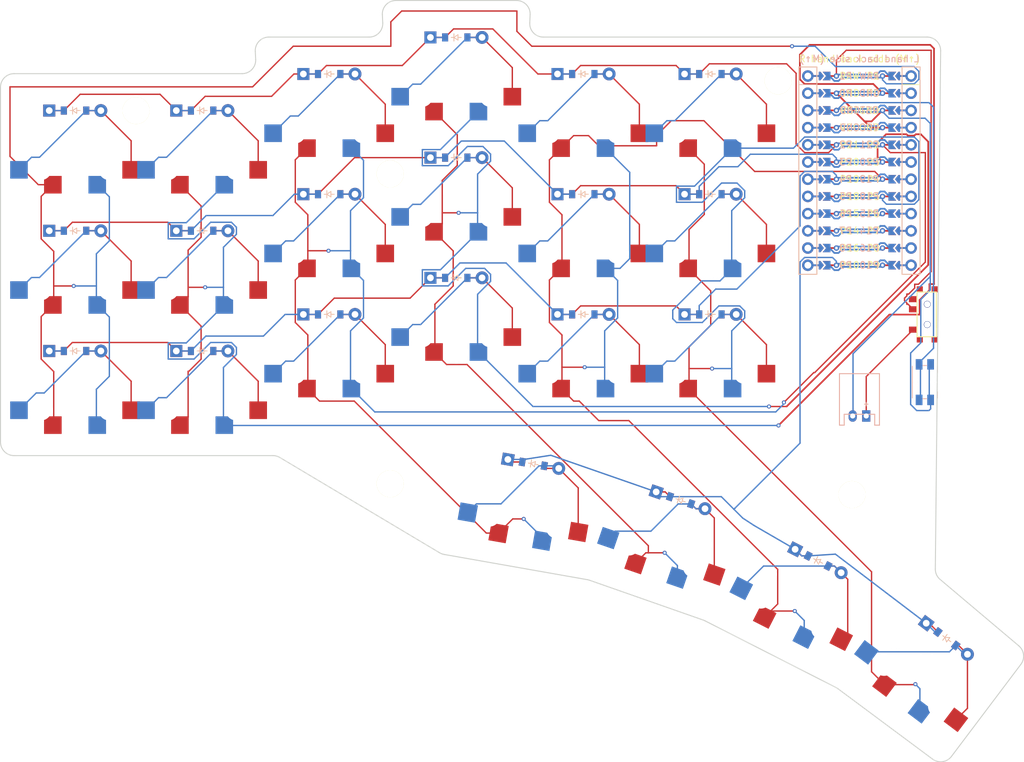
<source format=kicad_pcb>
(kicad_pcb (version 20241229) (generator "pcbnew") (generator_version "9.0")
  (title_block (title "board") (date "2025-05-31") (rev "v1.0.0") (company "Unknown"))
  (layers (0 "F.Cu" signal) (2 "B.Cu" signal) (13 "F.Paste" user) (15 "B.Paste" user) (5 "F.SilkS" user "F.Silkscreen") (7 "B.SilkS" user "B.Silkscreen") (1 "F.Mask" user) (3 "B.Mask" user) (25 "Edge.Cuts" user))
  (net 0 "")
  (net 1 "P1")
  (net 2 "outer_bottom")
  (net 3 "outer_home")
  (net 4 "outer_top")
  (net 5 "P0")
  (net 6 "pinky_bottom")
  (net 7 "pinky_home")
  (net 8 "pinky_top")
  (net 9 "P2")
  (net 10 "ring_bottom")
  (net 11 "ring_home")
  (net 12 "ring_top")
  (net 13 "P3")
  (net 14 "middle_bottom")
  (net 15 "middle_home")
  (net 16 "middle_top")
  (net 17 "P4")
  (net 18 "index_bottom")
  (net 19 "index_home")
  (net 20 "index_top")
  (net 21 "P5")
  (net 22 "inner_bottom")
  (net 23 "inner_home")
  (net 24 "inner_top")
  (net 25 "one_cluster")
  (net 26 "two_cluster")
  (net 27 "three_cluster")
  (net 28 "four_cluster")
  (net 29 "P19")
  (net 30 "P20")
  (net 31 "P21")
  (net 32 "P10")
  (net 33 "RAW")
  (net 34 "GND")
  (net 35 "RST")
  (net 36 "VCC")
  (net 37 "P18")
  (net 38 "P15")
  (net 39 "P14")
  (net 40 "P16")
  (net 41 "P6")
  (net 42 "P7")
  (net 43 "P8")
  (net 44 "P9")
  (net 45 "MCU1_24")
  (net 46 "MCU1_1")
  (net 47 "MCU1_23")
  (net 48 "MCU1_2")
  (net 49 "MCU1_22")
  (net 50 "MCU1_3")
  (net 51 "MCU1_21")
  (net 52 "MCU1_4")
  (net 53 "MCU1_20")
  (net 54 "MCU1_5")
  (net 55 "MCU1_19")
  (net 56 "MCU1_6")
  (net 57 "MCU1_18")
  (net 58 "MCU1_7")
  (net 59 "MCU1_17")
  (net 60 "MCU1_8")
  (net 61 "MCU1_16")
  (net 62 "MCU1_9")
  (net 63 "MCU1_15")
  (net 64 "MCU1_10")
  (net 65 "MCU1_14")
  (net 66 "MCU1_11")
  (net 67 "MCU1_13")
  (net 68 "MCU1_12")
  (net 69 "pos")
  (footprint "E73:SPDT_C128955" (layer "F.Cu") (at 225.75 89.6 -90)
    (property "Reference" "T1" (hide yes))
    (property "Value" "" (hide yes))
  )
  (footprint "HOLE_M2_TH" (layer "F.Cu") (at 146.5 68.85)
    (property "Reference" "")
    (property "Value" "")
  )
  (footprint "PG1350" (layer "F.Cu") (at 193.75 76.85 180)
    (property "Reference" "S17" (hide yes))
    (property "Value" "" (hide yes))
  )
  (footprint "HOLE_M2_TH" (layer "F.Cu") (at 146.5 114.6)
    (property "Reference" "")
    (property "Value" "")
  )
  (footprint "ComboDiode" (layer "F.Cu") (at 137.5 54.1)
    (property "Reference" "D9" (hide yes))
    (property "Value" "" (hide yes))
  )
  (footprint "Panasonic_EVQPUL_EVQPUC" (layer "F.Cu") (at 225.4 99.6 -90)
    (property "Reference" "B1" (hide yes))
    (property "Value" "Panasonic_EVQPUL_EVQPUC" (hide yes))
  )
  (footprint "PG1350" (layer "F.Cu") (at 156.25 71.45 180)
    (property "Reference" "S11" (hide yes))
    (property "Value" "" (hide yes))
  )
  (footprint "HOLE_M2_TH" (layer "F.Cu") (at 214.645525 116.210158 -27)
    (property "Reference" "")
    (property "Value" "")
  )
  (footprint "PG1350" (layer "F.Cu") (at 118.75 100 180)
    (property "Reference" "S4" (hide yes))
    (property "Value" "" (hide yes))
  )
  (footprint "ComboDiode" (layer "F.Cu") (at 193.75 71.85)
    (property "Reference" "D17" (hide yes))
    (property "Value" "" (hide yes))
  )
  (footprint "ComboDiode" (layer "F.Cu") (at 100 77.25)
    (property "Reference" "D2" (hide yes))
    (property "Value" "" (hide yes))
  )
  (footprint "HOLE_M2_TH" (layer "F.Cu") (at 203.75 55.1)
    (property "Reference" "")
    (property "Value" "")
  )
  (footprint "PG1350" (layer "F.Cu") (at 137.5 94.6 180)
    (property "Reference" "S7" (hide yes))
    (property "Value" "" (hide yes))
  )
  (footprint "PG1350" (layer "F.Cu") (at 118.75 64.5 180)
    (property "Reference" "S6" (hide yes))
    (property "Value" "" (hide yes))
  )
  (footprint "ComboDiode" (layer "F.Cu") (at 193.75 54.1)
    (property "Reference" "D18" (hide yes))
    (property "Value" "" (hide yes))
  )
  (footprint "ComboDiode" (layer "F.Cu") (at 118.75 77.25)
    (property "Reference" "D5" (hide yes))
    (property "Value" "" (hide yes))
  )
  (footprint "PG1350" (layer "F.Cu") (at 175 76.85 180)
    (property "Reference" "S14" (hide yes))
    (property "Value" "" (hide yes))
  )
  (footprint "JST_PH_S2B-PH-K_02x2.00mm_Angled" (layer "F.Cu") (at 215.75 104.6 180)
    (property "Reference" "JST1" (hide yes))
    (property "Value" "" (hide yes))
  )
  (footprint "ComboDiode" (layer "F.Cu") (at 156.25 48.7)
    (property "Reference" "D12" (hide yes))
    (property "Value" "" (hide yes))
  )
  (footprint "PG1350" (layer "F.Cu") (at 166.75 116.6 170)
    (property "Reference" "S19" (hide yes))
    (property "Value" "" (hide yes))
  )
  (footprint "PG1350" (layer "F.Cu") (at 225.63408 141.486234 143)
    (property "Reference" "S22" (hide yes))
    (property "Value" "" (hide yes))
  )
  (footprint "PG1350" (layer "F.Cu") (at 187.726133 121.778126 161)
    (property "Reference" "S20" (hide yes))
    (property "Value" "" (hide yes))
  )
  (footprint "PG1350" (layer "F.Cu") (at 175 94.6 180)
    (property "Reference" "S13" (hide yes))
    (property "Value" "" (hide yes))
  )
  (footprint "PG1350" (layer "F.Cu") (at 100 82.25 180)
    (property "Reference" "S2" (hide yes))
    (property "Value" "" (hide yes))
  )
  (footprint "PG1350" (layer "F.Cu") (at 156.25 89.2 180)
    (property "Reference" "S10" (hide yes))
    (property "Value" "" (hide yes))
  )
  (footprint "ComboDiode" (layer "F.Cu") (at 100 59.5)
    (property "Reference" "D3" (hide yes))
    (property "Value" "" (hide yes))
  )
  (footprint "ComboDiode" (layer "F.Cu") (at 137.5 71.85)
    (property "Reference" "D8" (hide yes))
    (property "Value" "" (hide yes))
  )
  (footprint "PG1350" (layer "F.Cu") (at 193.75 94.6 180)
    (property "Reference" "S16" (hide yes))
    (property "Value" "" (hide yes))
  )
  (footprint "ComboDiode" (layer "F.Cu") (at 189.353974 117.050533 -19)
    (property "Reference" "D20" (hide yes))
    (property "Value" "" (hide yes))
  )
  (footprint "ComboDiode" (layer "F.Cu") (at 175 71.85)
    (property "Reference" "D14" (hide yes))
    (property "Value" "" (hide yes))
  )
  (footprint "PG1350" (layer "F.Cu") (at 137.5 76.85 180)
    (property "Reference" "S8" (hide yes))
    (property "Value" "" (hide yes))
  )
  (footprint "ComboDiode" (layer "F.Cu") (at 156.25 66.45)
    (property "Reference" "D11" (hide yes))
    (property "Value" "" (hide yes))
  )
  (footprint "ComboDiode" (layer "F.Cu") (at 118.75 59.5)
    (property "Reference" "D6" (hide yes))
    (property "Value" "" (hide yes))
  )
  (footprint "PG1350" (layer "F.Cu") (at 193.75 59.1 180)
    (property "Reference" "S18" (hide yes))
    (property "Value" "" (hide yes))
  )
  (footprint "ComboDiode" (layer "F.Cu") (at 175 89.6)
    (property "Reference" "D13" (hide yes))
    (property "Value" "" (hide yes))
  )
  (footprint "ComboDiode" (layer "F.Cu") (at 118.75 95)
    (property "Reference" "D4" (hide yes))
    (property "Value" "" (hide yes))
  )
  (footprint "ComboDiode" (layer "F.Cu") (at 228.643156 137.493057 -37)
    (property "Reference" "D22" (hide yes))
    (property "Value" "" (hide yes))
  )
  (footprint "PG1350" (layer "F.Cu") (at 100 64.5 180)
    (property "Reference" "S3" (hide yes))
    (property "Value" "" (hide yes))
  )
  (footprint "ComboDiode" (layer "F.Cu") (at 175 54.1)
    (property "Reference" "D15" (hide yes))
    (property "Value" "" (hide yes))
  )
  (footprint "PG1350" (layer "F.Cu") (at 118.75 82.25 180)
    (property "Reference" "S5" (hide yes))
    (property "Value" "" (hide yes))
  )
  (footprint "PG1350" (layer "F.Cu") (at 100 100 180)
    (property "Reference" "S1" (hide yes))
    (property "Value" "" (hide yes))
  )
  (footprint "ComboDiode" (layer "F.Cu") (at 137.5 89.6)
    (property "Reference" "D7" (hide yes))
    (property "Value" "" (hide yes))
  )
  (footprint "ComboDiode" (layer "F.Cu") (at 167.618241 111.675961 -10)
    (property "Reference" "D19" (hide yes))
    (property "Value" "" (hide yes))
  )
  (footprint "PG1350" (layer "F.Cu") (at 137.5 59.1 180)
    (property "Reference" "S9" (hide yes))
    (property "Value" "" (hide yes))
  )
  (footprint "HOLE_M2_TH" (layer "F.Cu") (at 109 59.5)
    (property "Reference" "")
    (property "Value" "")
  )
  (footprint "ComboDiode" (layer "F.Cu") (at 193.75 89.6)
    (property "Reference" "D16" (hide yes))
    (property "Value" "" (hide yes))
  )
  (footprint "ComboDiode" (layer "F.Cu") (at 100 95)
    (property "Reference" "D1" (hide yes))
    (property "Value" "" (hide yes))
  )
  (footprint "PG1350" (layer "F.Cu") (at 156.25 53.7 180)
    (property "Reference" "S12" (hide yes))
    (property "Value" "" (hide yes))
  )
  (footprint "ceoloide:mcu_supermini_nrf52840" (layer "F.Cu") (at 215.75 67.1)
    (property "Reference" "MCU1" (hide yes))
    (property "Value" "")
  )
  (footprint "ComboDiode" (layer "F.Cu") (at 209.651629 126.01123 -27)
    (property "Reference" "D21" (hide yes))
    (property "Value" "" (hide yes))
  )
  (footprint "PG1350" (layer "F.Cu") (at 207.381677 130.466262 153)
    (property "Reference" "S21" (hide yes))
    (property "Value" "" (hide yes))
  )
  (footprint "ComboDiode" (layer "F.Cu") (at 156.25 84.2)
    (property "Reference" "D10" (hide yes))
    (property "Value" "" (hide yes))
  )
  (footprint "PG1350" (layer "F.Cu") (at 175 59.1 180)
    (property "Reference" "S15" (hide yes))
    (property "Value" "" (hide yes))
  )
  (gr_arc (start 239.262527 138.539779) (mid 239.959646 139.844532) (end 239.56942 141.271455) (stroke (width 0.15)) (layer "Edge.Cuts"))
  (gr_line (start 129.198648 110.45) (end 91 110.45) (stroke (width 0.15)) (layer "Edge.Cuts"))
  (gr_arc (start 145.403125 46.557506) (mid 144.851809 48.031113) (end 143.405265 48.65) (stroke (width 0.15)) (layer "Edge.Cuts"))
  (gr_arc (start 212.287906 144.69442) (mid 212.434783 144.777239) (end 212.574166 144.87213) (stroke (width 0.15)) (layer "Edge.Cuts"))
  (gr_arc (start 154.464419 125.044929) (mid 154.114169 124.949731) (end 153.786895 124.792795) (stroke (width 0.15)) (layer "Edge.Cuts"))
  (gr_arc (start 91 110.45) (mid 89.585786 109.864214) (end 89 108.45) (stroke (width 0.15)) (layer "Edge.Cuts"))
  (gr_arc (start 165.155265 43.25) (mid 166.601834 43.868863) (end 167.153125 45.342494) (stroke (width 0.15)) (layer "Edge.Cuts"))
  (gr_arc (start 192.709626 134.738952) (mid 192.834633 134.787527) (end 192.956102 134.844374) (stroke (width 0.15)) (layer "Edge.Cuts"))
  (gr_line (start 192.709626 134.738952) (end 175.922019 128.85526) (stroke (width 0.15)) (layer "Edge.Cuts"))
  (gr_line (start 226.535183 155.264685) (end 212.574166 144.87213) (stroke (width 0.15)) (layer "Edge.Cuts"))
  (gr_line (start 145.403125 46.557506) (end 145.346875 45.342494) (stroke (width 0.15)) (layer "Edge.Cuts"))
  (gr_arc (start 89 56.05) (mid 89.585786 54.635786) (end 91 54.05) (stroke (width 0.15)) (layer "Edge.Cuts"))
  (gr_line (start 89 108.45) (end 89 56.05) (stroke (width 0.15)) (layer "Edge.Cuts"))
  (gr_line (start 227.729266 50.670522) (end 226.944073 127.187901) (stroke (width 0.15)) (layer "Edge.Cuts"))
  (gr_line (start 169.094735 48.65) (end 225.729371 48.65) (stroke (width 0.15)) (layer "Edge.Cuts"))
  (gr_line (start 175.60781 128.773079) (end 154.464419 125.044929) (stroke (width 0.15)) (layer "Edge.Cuts"))
  (gr_arc (start 169.094735 48.65) (mid 167.648166 48.031137) (end 167.096875 46.557506) (stroke (width 0.15)) (layer "Edge.Cuts"))
  (gr_line (start 153.786895 124.792795) (end 130.223468 110.732518) (stroke (width 0.15)) (layer "Edge.Cuts"))
  (gr_line (start 212.287906 144.69442) (end 192.956102 134.844374) (stroke (width 0.15)) (layer "Edge.Cuts"))
  (gr_arc (start 229.326695 154.864011) (mid 228.013573 155.640116) (end 226.535183 155.264685) (stroke (width 0.15)) (layer "Edge.Cuts"))
  (gr_line (start 91 54.05) (end 124.655265 54.05) (stroke (width 0.15)) (layer "Edge.Cuts"))
  (gr_line (start 128.594735 48.65) (end 143.405265 48.65) (stroke (width 0.15)) (layer "Edge.Cuts"))
  (gr_arc (start 126.596875 50.742494) (mid 127.148191 49.268887) (end 128.594735 48.65) (stroke (width 0.15)) (layer "Edge.Cuts"))
  (gr_arc (start 227.65359 128.736469) (mid 227.12573 128.041495) (end 226.944073 127.187901) (stroke (width 0.15)) (layer "Edge.Cuts"))
  (gr_arc (start 145.346875 45.342494) (mid 145.898191 43.868887) (end 147.344735 43.25) (stroke (width 0.15)) (layer "Edge.Cuts"))
  (gr_line (start 227.65359 128.736469) (end 239.262527 138.539779) (stroke (width 0.15)) (layer "Edge.Cuts"))
  (gr_arc (start 126.653125 51.957506) (mid 126.101809 53.431113) (end 124.655265 54.05) (stroke (width 0.15)) (layer "Edge.Cuts"))
  (gr_arc (start 225.729371 48.65) (mid 227.150841 49.243051) (end 227.729266 50.670522) (stroke (width 0.15)) (layer "Edge.Cuts"))
  (gr_line (start 147.344735 43.25) (end 165.155265 43.25) (stroke (width 0.15)) (layer "Edge.Cuts"))
  (gr_line (start 239.56942 141.271455) (end 229.326695 154.864011) (stroke (width 0.15)) (layer "Edge.Cuts"))
  (gr_arc (start 175.60781 128.773079) (mid 175.766586 128.80778) (end 175.922019 128.855259) (stroke (width 0.15)) (layer "Edge.Cuts"))
  (gr_line (start 126.653125 51.957506) (end 126.596875 50.742494) (stroke (width 0.15)) (layer "Edge.Cuts"))
  (gr_line (start 167.153125 45.342494) (end 167.096875 46.557506) (stroke (width 0.15)) (layer "Edge.Cuts"))
  (gr_arc (start 129.198648 110.45) (mid 129.730167 110.521935) (end 130.223468 110.732518) (stroke (width 0.15)) (layer "Edge.Cuts"))
  (segment (start 96.851 85.4) (end 99.8 85.4) (width 0.2) (layer "F.Cu") (net 1))
  (segment (start 95 78.44) (end 95 72.175) (width 0.2) (layer "F.Cu") (net 1))
  (segment (start 90.4 56) (end 90.4 66.267709) (width 0.2) (layer "F.Cu") (net 1))
  (segment (start 146.6 46.4) (end 146.6 50) (width 0.2) (layer "F.Cu") (net 1))
  (segment (start 96.851 98.041) (end 95 96.19) (width 0.2) (layer "F.Cu") (net 1))
  (segment (start 95 96.19) (end 95 89.925) (width 0.2) (layer "F.Cu") (net 1))
  (segment (start 220.525 54.4) (end 219.15 54.4) (width 0.25) (layer "F.Cu") (net 1))
  (segment (start 126.2 56) (end 90.4 56) (width 0.2) (layer "F.Cu") (net 1))
  (segment (start 96.851 85.4) (end 96.851 80.291) (width 0.2) (layer "F.Cu") (net 1))
  (segment (start 146.6 50) (end 132.2 50) (width 0.2) (layer "F.Cu") (net 1))
  (segment (start 94.582291 70.45) (end 96.725 70.45) (width 0.2) (layer "F.Cu") (net 1))
  (segment (start 132.2 50) (end 126.2 56) (width 0.2) (layer "F.Cu") (net 1))
  (segment (start 90.4 66.267709) (end 94.582291 70.45) (width 0.2) (layer "F.Cu") (net 1))
  (segment (start 148.2 44.8) (end 146.6 46.4) (width 0.2) (layer "F.Cu") (net 1))
  (segment (start 165.2 44.8) (end 148.2 44.8) (width 0.2) (layer "F.Cu") (net 1))
  (segment (start 205.8 50) (end 167.4 50) (width 0.2) (layer "F.Cu") (net 1))
  (segment (start 96.851 105.824) (end 96.851 98.041) (width 0.2) (layer "F.Cu") (net 1))
  (segment (start 96.725 105.95) (end 96.851 105.824) (width 0.2) (layer "F.Cu") (net 1))
  (segment (start 96.851 88.074) (end 96.851 85.4) (width 0.2) (layer "F.Cu") (net 1))
  (segment (start 96.851 80.291) (end 95 78.44) (width 0.2) (layer "F.Cu") (net 1))
  (segment (start 167.4 50) (end 165.2 47.8) (width 0.2) (layer "F.Cu") (net 1))
  (segment (start 95 89.925) (end 96.725 88.2) (width 0.2) (layer "F.Cu") (net 1))
  (segment (start 96.725 88.2) (end 96.851 88.074) (width 0.2) (layer "F.Cu") (net 1))
  (segment (start 95 72.175) (end 96.725 70.45) (width 0.2) (layer "F.Cu") (net 1))
  (segment (start 165.2 47.8) (end 165.2 44.8) (width 0.2) (layer "F.Cu") (net 1))
  (via (at 205.8 50) (size 0.6) (drill 0.3) (layers "F.Cu" "B.Cu") (net 1))
  (via (at 99.8 85.4) (size 0.6) (drill 0.3) (layers "F.Cu" "B.Cu") (net 1))
  (segment (start 105.0635 78.7365) (end 103.149 80.651) (width 0.2) (layer "B.Cu") (net 1))
  (segment (start 224.521 54.87676) (end 223.84676 55.551) (width 0.2) (layer "B.Cu") (net 1))
  (segment (start 103.149 80.651) (end 103.149 85.4) (width 0.2) (layer "B.Cu") (net 1))
  (segment (start 103.149 88.074) (end 103.275 88.2) (width 0.2) (layer "B.Cu") (net 1))
  (segment (start 105.0635 89.9885) (end 105.0635 98.736758) (width 0.2) (layer "B.Cu") (net 1))
  (segment (start 99.8 85.4) (end 103.149 85.4) (width 0.2) (layer "B.Cu") (net 1))
  (segment (start 212.650305 55.125) (end 213.145305 54.63) (width 0.25) (layer "B.Cu") (net 1))
  (segment (start 223.8 53) (end 224.521 53.721) (width 0.2) (layer "B.Cu") (net 1))
  (segment (start 105.0635 72.2385) (end 105.0635 78.7365) (width 0.2) (layer "B.Cu") (net 1))
  (segment (start 103.149 100.651258) (end 103.149 105.824) (width 0.2) (layer "B.Cu") (net 1))
  (segment (start 103.275 88.2) (end 105.0635 89.9885) (width 0.2) (layer "B.Cu") (net 1))
  (segment (start 103.149 85.4) (end 103.149 88.074) (width 0.2) (layer "B.Cu") (net 1))
  (segment (start 205.8 50) (end 209.2 50) (width 0.2) (layer "B.Cu") (net 1))
  (segment (start 103.275 70.45) (end 105.0635 72.2385) (width 0.2) (layer "B.Cu") (net 1))
  (segment (start 105.0635 98.736758) (end 103.149 100.651258) (width 0.2) (layer "B.Cu") (net 1))
  (segment (start 213.145305 54.63) (end 218.92 54.63) (width 0.25) (layer "B.Cu") (net 1))
  (segment (start 212.049695 55.125) (end 212.650305 55.125) (width 0.25) (layer "B.Cu") (net 1))
  (segment (start 219.735315 55.551) (end 219.15 54.965685) (width 0.2) (layer "B.Cu") (net 1))
  (segment (start 211.324695 54.4) (end 212.049695 55.125) (width 0.25) (layer "B.Cu") (net 1))
  (segment (start 223.84676 55.551) (end 219.735315 55.551) (width 0.2) (layer "B.Cu") (net 1))
  (segment (start 209.2 50) (end 212.2 53) (width 0.2) (layer "B.Cu") (net 1))
  (segment (start 103.149 105.824) (end 103.275 105.95) (width 0.2) (layer "B.Cu") (net 1))
  (segment (start 212.2 53) (end 223.8 53) (width 0.2) (layer "B.Cu") (net 1))
  (segment (start 224.521 53.721) (end 224.521 54.87676) (width 0.2) (layer "B.Cu") (net 1))
  (segment (start 210.975 54.4) (end 211.324695 54.4) (width 0.25) (layer "B.Cu") (net 1))
  (segment (start 219.15 54.965685) (end 219.15 54.4) (width 0.2) (layer "B.Cu") (net 1))
  (segment (start 103.81 95) (end 101.65 95) (width 0.2) (layer "F.Cu") (net 2))
  (segment (start 108.275 99.465) (end 103.81 95) (width 0.2) (layer "F.Cu") (net 2))
  (segment (start 108.275 103.75) (end 108.275 99.465) (width 0.2) (layer "F.Cu") (net 2))
  (segment (start 95.4481 101.2019) (end 101.65 95) (width 0.2) (layer "B.Cu") (net 2))
  (segment (start 91.725 103.75) (end 94.2731 101.2019) (width 0.2) (layer "B.Cu") (net 2))
  (segment (start 101.65 95) (end 103.81 95) (width 0.2) (layer "B.Cu") (net 2))
  (segment (start 94.2731 101.2019) (end 95.4481 101.2019) (width 0.2) (layer "B.Cu") (net 2))
  (segment (start 101.65 77.25) (end 103.81 77.25) (width 0.2) (layer "F.Cu") (net 3))
  (segment (start 108.275 86) (end 108.275 81.715) (width 0.2) (layer "F.Cu") (net 3))
  (segment (start 108.275 81.715) (end 103.81 77.25) (width 0.2) (layer "F.Cu") (net 3))
  (segment (start 103.81 77.25) (end 101.65 77.25) (width 0.2) (layer "B.Cu") (net 3))
  (segment (start 93.576 84.149) (end 94.751 84.149) (width 0.2) (layer "B.Cu") (net 3))
  (segment (start 91.725 86) (end 93.576 84.149) (width 0.2) (layer "B.Cu") (net 3))
  (segment (start 94.751 84.149) (end 101.65 77.25) (width 0.2) (layer "B.Cu") (net 3))
  (segment (start 108.275 63.965) (end 103.81 59.5) (width 0.2) (layer "F.Cu") (net 4))
  (segment (start 103.81 59.5) (end 101.65 59.5) (width 0.2) (layer "F.Cu") (net 4))
  (segment (start 108.275 68.25) (end 108.275 63.965) (width 0.2) (layer "F.Cu") (net 4))
  (segment (start 101.65 59.5) (end 103.81 59.5) (width 0.2) (layer "B.Cu") (net 4))
  (segment (start 91.725 68.25) (end 93.576 66.399) (width 0.2) (layer "B.Cu") (net 4))
  (segment (start 94.751 66.399) (end 101.65 59.5) (width 0.2) (layer "B.Cu") (net 4))
  (segment (start 93.576 66.399) (end 94.751 66.399) (width 0.2) (layer "B.Cu") (net 4))
  (segment (start 220.525 56.94) (end 219.15 56.94) (width 0.25) (layer "F.Cu") (net 5))
  (segment (start 224.626 87.476) (end 226.074 86.028) (width 0.25) (layer "F.Cu") (net 5))
  (segment (start 206.954 54.887116) (end 207.642884 55.576) (width 0.25) (layer "F.Cu") (net 5))
  (segment (start 226.074 85.124) (end 226.749684 85.124) (width 0.25) (layer "F.Cu") (net 5))
  (segment (start 116.6845 85.6) (end 119.2 85.6) (width 0.2) (layer "F.Cu") (net 5))
  (segment (start 207.642884 55.576) (end 217.786 55.576) (width 0.25) (layer "F.Cu") (net 5))
  (segment (start 116.6845 104.7405) (end 116.6845 98) (width 0.2) (layer "F.Cu") (net 5))
  (segment (start 118.6 96.2) (end 118.6 91.325) (width 0.2) (layer "F.Cu") (net 5))
  (segment (start 208.4 49.8) (end 206.954 51.246) (width 0.25) (layer "F.Cu") (net 5))
  (segment (start 116.6845 80.1155) (end 116.6845 85.6) (width 0.2) (layer "F.Cu") (net 5))
  (segment (start 116.6845 98) (end 116.8 98) (width 0.2) (layer "F.Cu") (net 5))
  (segment (start 224.626 89.626) (end 224.626 87.476) (width 0.25) (layer "F.Cu") (net 5))
  (segment (start 226.074 86.028) (end 226.074 85.124) (width 0.25) (layer "F.Cu") (net 5))
  (segment (start 206.954 51.246) (end 206.954 54.887116) (width 0.25) (layer "F.Cu") (net 5))
  (segment (start 115.475 105.95) (end 116.6845 104.7405) (width 0.2) (layer "F.Cu") (net 5))
  (segment (start 203.8 106) (end 220.174 89.626) (width 0.25) (layer "F.Cu") (net 5))
  (segment (start 118.6 91.325) (end 115.475 88.2) (width 0.2) (layer "F.Cu") (net 5))
  (segment (start 115.475 88.2) (end 116.6845 86.9905) (width 0.2) (layer "F.Cu") (net 5))
  (segment (start 115.475 70.45) (end 118.6 73.575) (width 0.2) (layer "F.Cu") (net 5))
  (segment (start 116.8 98) (end 118.6 96.2) (width 0.2) (layer "F.Cu") (net 5))
  (segment (start 226.2 49.8) (end 208.4 49.8) (width 0.25) (layer "F.Cu") (net 5))
  (segment (start 118.6 78.2) (end 116.6845 80.1155) (width 0.2) (layer "F.Cu") (net 5))
  (segment (start 217.786 55.576) (end 219.15 56.94) (width 0.25) (layer "F.Cu") (net 5))
  (segment (start 118.6 73.575) (end 118.6 78.2) (width 0.2) (layer "F.Cu") (net 5))
  (segment (start 226.749684 50.349684) (end 226.2 49.8) (width 0.25) (layer "F.Cu") (net 5))
  (segment (start 220.174 89.626) (end 224.626 89.626) (width 0.25) (layer "F.Cu") (net 5))
  (segment (start 226.749684 85.124) (end 226.749684 50.349684) (width 0.25) (layer "F.Cu") (net 5))
  (segment (start 116.6845 86.9905) (end 116.6845 85.6) (width 0.2) (layer "F.Cu") (net 5))
  (via (at 203.8 106) (size 0.6) (drill 0.3) (layers "F.Cu" "B.Cu") (net 5))
  (via (at 119.2 85.6) (size 0.6) (drill 0.3) (layers "F.Cu" "B.Cu") (net 5))
  (segment (start 121.899 79.683717) (end 123.8135 77.769217) (width 0.2) (layer "B.Cu") (net 5))
  (segment (start 117.562 96.19) (end 113.75 96.19) (width 0.2) (layer "B.Cu") (net 5))
  (segment (start 123.079217 93.7465) (end 120.0055 93.7465) (width 0.2) (layer "B.Cu") (net 5))
  (segment (start 122.025 88.2) (end 121.899 88.074) (width 0.2) (layer "B.Cu") (net 5))
  (segment (start 213.145305 57.17) (end 218.92 57.17) (width 0.25) (layer "B.Cu") (net 5))
  (segment (start 117.562 78.44) (end 113.75 78.44) (width 0.2) (layer "B.Cu") (net 5))
  (segment (start 211.324695 56.94) (end 212.049695 57.665) (width 0.25) (layer "B.Cu") (net 5))
  (segment (start 123.8135 77.769217) (end 123.8135 76.730783) (width 0.2) (layer "B.Cu") (net 5))
  (segment (start 116.415 93.81) (end 122.025 88.2) (width 0.2) (layer "B.Cu") (net 5))
  (segment (start 123.8135 94.480783) (end 123.079217 93.7465) (width 0.2) (layer "B.Cu") (net 5))
  (segment (start 113.75 78.44) (end 113.75 76.06) (width 0.2) (layer "B.Cu") (net 5))
  (segment (start 212.650305 57.665) (end 213.145305 57.17) (width 0.25) (layer "B.Cu") (net 5))
  (segment (start 121.899 105.824) (end 121.899 97.433717) (width 0.2) (layer "B.Cu") (net 5))
  (segment (start 123.8135 76.730783) (end 123.079217 75.9965) (width 0.2) (layer "B.Cu") (net 5))
  (segment (start 210.975 56.94) (end 211.324695 56.94) (width 0.25) (layer "B.Cu") (net 5))
  (segment (start 122.075 106) (end 122.025 105.95) (width 0.2) (layer "B.Cu") (net 5))
  (segment (start 121.899 88.074) (end 121.899 85.6) (width 0.2) (layer "B.Cu") (net 5))
  (segment (start 119.2 85.6) (end 121.899 85.6) (width 0.2) (layer "B.Cu") (net 5))
  (segment (start 120.0055 75.9965) (end 117.562 78.44) (width 0.2) (layer "B.Cu") (net 5))
  (segment (start 203.8 106) (end 122.075 106) (width 0.2) (layer "B.Cu") (net 5))
  (segment (start 116.415 76.06) (end 122.025 70.45) (width 0.2) (layer "B.Cu") (net 5))
  (segment (start 121.899 97.433717) (end 123.8135 95.519217) (width 0.2) (layer "B.Cu") (net 5))
  (segment (start 123.079217 75.9965) (end 120.0055 75.9965) (width 0.2) (layer "B.Cu") (net 5))
  (segment (start 123.8135 95.519217) (end 123.8135 94.480783) (width 0.2) (layer "B.Cu") (net 5))
  (segment (start 113.75 76.06) (end 116.415 76.06) (width 0.2) (layer "B.Cu") (net 5))
  (segment (start 113.75 96.19) (end 113.75 93.81) (width 0.2) (layer "B.Cu") (net 5))
  (segment (start 113.75 93.81) (end 116.415 93.81) (width 0.2) (layer "B.Cu") (net 5))
  (segment (start 122.025 105.95) (end 121.899 105.824) (width 0.2) (layer "B.Cu") (net 5))
  (segment (start 120.0055 93.7465) (end 117.562 96.19) (width 0.2) (layer "B.Cu") (net 5))
  (segment (start 121.899 85.6) (end 121.899 79.683717) (width 0.2) (layer "B.Cu") (net 5))
  (segment (start 212.049695 57.665) (end 212.650305 57.665) (width 0.25) (layer "B.Cu") (net 5))
  (segment (start 127.025 99.465) (end 122.56 95) (width 0.2) (layer "F.Cu") (net 6))
  (segment (start 122.56 95) (end 120.4 95) (width 0.2) (layer "F.Cu") (net 6))
  (segment (start 127.025 103.75) (end 127.025 99.465) (width 0.2) (layer "F.Cu") (net 6))
  (segment (start 112.326 101.899) (end 113.501 101.899) (width 0.2) (layer "B.Cu") (net 6))
  (segment (start 113.501 101.899) (end 120.4 95) (width 0.2) (layer "B.Cu") (net 6))
  (segment (start 110.475 103.75) (end 112.326 101.899) (width 0.2) (layer "B.Cu") (net 6))
  (segment (start 120.4 95) (end 122.56 95) (width 0.2) (layer "B.Cu") (net 6))
  (segment (start 127.025 86) (end 127.025 81.715) (width 0.2) (layer "F.Cu") (net 7))
  (segment (start 127.025 81.715) (end 122.56 77.25) (width 0.2) (layer "F.Cu") (net 7))
  (segment (start 120.4 77.25) (end 122.56 77.25) (width 0.2) (layer "F.Cu") (net 7))
  (segment (start 120.4 77.25) (end 122.56 77.25) (width 0.2) (layer "B.Cu") (net 7))
  (segment (start 113.501 84.149) (end 120.4 77.25) (width 0.2) (layer "B.Cu") (net 7))
  (segment (start 110.475 86) (end 112.326 84.149) (width 0.2) (layer "B.Cu") (net 7))
  (segment (start 112.326 84.149) (end 113.501 84.149) (width 0.2) (layer "B.Cu") (net 7))
  (segment (start 127.025 68.25) (end 127.025 63.965) (width 0.2) (layer "F.Cu") (net 8))
  (segment (start 122.56 59.5) (end 120.4 59.5) (width 0.2) (layer "F.Cu") (net 8))
  (segment (start 127.025 63.965) (end 122.56 59.5) (width 0.2) (layer "F.Cu") (net 8))
  (segment (start 120.4 59.5) (end 122.56 59.5) (width 0.2) (layer "B.Cu") (net 8))
  (segment (start 112.326 66.399) (end 113.501 66.399) (width 0.2) (layer "B.Cu") (net 8))
  (segment (start 113.501 66.399) (end 120.4 59.5) (width 0.2) (layer "B.Cu") (net 8))
  (segment (start 110.475 68.25) (end 112.326 66.399) (width 0.2) (layer "B.Cu") (net 8))
  (segment (start 134.351 100.424) (end 134.351 92.641) (width 0.2) (layer "F.Cu") (net 9))
  (segment (start 132.5 66.775) (end 134.225 65.05) (width 0.2) (layer "F.Cu") (net 9))
  (segment (start 134.351 92.641) (end 132.5 90.79) (width 0.2) (layer "F.Cu") (net 9))
  (segment (start 164.582456 119.8) (end 162.491548 121.890908) (width 0.2) (layer "F.Cu") (net 9))
  (segment (start 134.351 82.674) (end 134.351 80.2) (width 0.2) (layer "F.Cu") (net 9))
  (segment (start 204.6 102.6) (end 204.713662 102.6) (width 0.2) (layer "F.Cu") (net 9))
  (segment (start 209 98.2) (end 204.6 102.6) (width 0.2) (layer "F.Cu") (net 9))
  (segment (start 134.225 100.55) (end 134.351 100.424) (width 0.2) (layer "F.Cu") (net 9))
  (segment (start 225.471684 81.866076) (end 225.471684 65.711) (width 0.2) (layer "F.Cu") (net 9))
  (segment (start 132.5 90.79) (end 132.5 84.525) (width 0.2) (layer "F.Cu") (net 9))
  (segment (start 132.5 73.04) (end 132.5 66.775) (width 0.2) (layer "F.Cu") (net 9))
  (segment (start 220.525 64.56) (end 219.15 64.56) (width 0.25) (layer "F.Cu") (net 9))
  (segment (start 136.076 102.401) (end 134.225 100.55) (width 0.2) (layer "F.Cu") (net 9))
  (segment (start 134.225 82.8) (end 134.351 82.674) (width 0.2) (layer "F.Cu") (net 9))
  (segment (start 134.351 80.2) (end 134.351 74.891) (width 0.2) (layer "F.Cu") (net 9))
  (segment (start 160.690908 121.890908) (end 141.201 102.401) (width 0.2) (layer "F.Cu") (net 9))
  (segment (start 141.201 102.401) (end 136.076 102.401) (width 0.2) (layer "F.Cu") (net 9))
  (segment (start 220.301 65.711) (end 219.15 64.56) (width 0.2) (layer "F.Cu") (net 9))
  (segment (start 132.5 84.525) (end 134.225 82.8) (width 0.2) (layer "F.Cu") (net 9))
  (segment (start 162.491548 121.890908) (end 160.690908 121.890908) (width 0.2) (layer "F.Cu") (net 9))
  (segment (start 134.351 74.891) (end 132.5 73.04) (width 0.2) (layer "F.Cu") (net 9))
  (segment (start 166.2 119.8) (end 164.582456 119.8) (width 0.2) (layer "F.Cu") (net 9))
  (segment (start 225.471684 65.711) (end 220.301 65.711) (width 0.2) (layer "F.Cu") (net 9))
  (segment (start 209.13776 98.2) (end 225.471684 81.866076) (width 0.2) (layer "F.Cu") (net 9))
  (segment (start 209.13776 98.2) (end 209 98.2) (width 0.2) (layer "F.Cu") (net 9))
  (segment (start 134.351 80.2) (end 137.4 80.2) (width 0.2) (layer "F.Cu") (net 9))
  (via (at 204.6 102.6) (size 0.6) (drill 0.3) (layers "F.Cu" "B.Cu") (net 9))
  (via (at 137.4 80.2) (size 0.6) (drill 0.3) (layers "F.Cu" "B.Cu") (net 9))
  (via (at 166.2 119.8) (size 0.6) (drill 0.3) (layers "F.Cu" "B.Cu") (net 9))
  (segment (start 140.649 100.424) (end 140.649 92.033717) (width 0.2) (layer "B.Cu") (net 9))
  (segment (start 210.975 64.56) (end 211.324695 64.56) (width 0.25) (layer "B.Cu") (net 9))
  (segment (start 140.649 92.033717) (end 142.5635 90.119217) (width 0.2) (layer "B.Cu") (net 9))
  (segment (start 137.4 80.2) (end 140.649 80.2) (width 0.2) (layer "B.Cu") (net 9))
  (segment (start 212.650305 65.285) (end 213.145305 64.79) (width 0.25) (layer "B.Cu") (net 9))
  (segment (start 142.5635 72.369217) (end 142.5635 66.8385) (width 0.2) (layer "B.Cu") (net 9))
  (segment (start 212.049695 65.285) (end 212.650305 65.285) (width 0.25) (layer "B.Cu") (net 9))
  (segment (start 142.5635 66.8385) (end 140.775 65.05) (width 0.2) (layer "B.Cu") (net 9))
  (segment (start 168.942039 122.542039) (end 166.2 119.8) (width 0.2) (layer "B.Cu") (net 9))
  (segment (start 142.5635 90.119217) (end 142.5635 84.5885) (width 0.2) (layer "B.Cu") (net 9))
  (segment (start 140.649 82.674) (end 140.649 80.2) (width 0.2) (layer "B.Cu") (net 9))
  (segment (start 168.942039 123.028304) (end 168.942039 122.542039) (width 0.2) (layer "B.Cu") (net 9))
  (segment (start 144.225 104) (end 140.775 100.55) (width 0.2) (layer "B.Cu") (net 9))
  (segment (start 140.775 82.8) (end 140.649 82.674) (width 0.2) (layer "B.Cu") (net 9))
  (segment (start 211.324695 64.56) (end 212.049695 65.285) (width 0.25) (layer "B.Cu") (net 9))
  (segment (start 213.145305 64.79) (end 218.92 64.79) (width 0.25) (layer "B.Cu") (net 9))
  (segment (start 140.649 74.283717) (end 142.5635 72.369217) (width 0.2) (layer "B.Cu") (net 9))
  (segment (start 204.6 102.8) (end 203.4 104) (width 0.2) (layer "B.Cu") (net 9))
  (segment (start 204.6 102.6) (end 204.6 102.8) (width 0.2) (layer "B.Cu") (net 9))
  (segment (start 203.4 104) (end 144.225 104) (width 0.2) (layer "B.Cu") (net 9))
  (segment (start 142.5635 84.5885) (end 140.775 82.8) (width 0.2) (layer "B.Cu") (net 9))
  (segment (start 140.649 80.2) (end 140.649 74.283717) (width 0.2) (layer "B.Cu") (net 9))
  (segment (start 140.775 100.55) (end 140.649 100.424) (width 0.2) (layer "B.Cu") (net 9))
  (segment (start 145.775 94.065) (end 141.31 89.6) (width 0.2) (layer "F.Cu") (net 10))
  (segment (start 145.775 98.35) (end 145.775 94.065) (width 0.2) (layer "F.Cu") (net 10))
  (segment (start 141.31 89.6) (end 139.15 89.6) (width 0.2) (layer "F.Cu") (net 10))
  (segment (start 129.225 98.35) (end 131.076 96.499) (width 0.2) (layer "B.Cu") (net 10))
  (segment (start 132.251 96.499) (end 139.15 89.6) (width 0.2) (layer "B.Cu") (net 10))
  (segment (start 131.076 96.499) (end 132.251 96.499) (width 0.2) (layer "B.Cu") (net 10))
  (segment (start 139.15 89.6) (end 141.31 89.6) (width 0.2) (layer "B.Cu") (net 10))
  (segment (start 145.775 76.315) (end 141.31 71.85) (width 0.2) (layer "F.Cu") (net 11))
  (segment (start 139.15 71.85) (end 141.31 71.85) (width 0.2) (layer "F.Cu") (net 11))
  (segment (start 145.775 80.6) (end 145.775 76.315) (width 0.2) (layer "F.Cu") (net 11))
  (segment (start 139.15 71.85) (end 141.31 71.85) (width 0.2) (layer "B.Cu") (net 11))
  (segment (start 129.225 80.6) (end 131.076 78.749) (width 0.2) (layer "B.Cu") (net 11))
  (segment (start 132.251 78.749) (end 139.15 71.85) (width 0.2) (layer "B.Cu") (net 11))
  (segment (start 131.076 78.749) (end 132.251 78.749) (width 0.2) (layer "B.Cu") (net 11))
  (segment (start 145.775 58.565) (end 141.31 54.1) (width 0.2) (layer "F.Cu") (net 12))
  (segment (start 141.31 54.1) (end 139.15 54.1) (width 0.2) (layer "F.Cu") (net 12))
  (segment (start 145.775 62.85) (end 145.775 58.565) (width 0.2) (layer "F.Cu") (net 12))
  (segment (start 129.225 62.85) (end 131.7731 60.3019) (width 0.2) (layer "B.Cu") (net 12))
  (segment (start 139.15 54.1) (end 141.31 54.1) (width 0.2) (layer "B.Cu") (net 12))
  (segment (start 132.9481 60.3019) (end 139.15 54.1) (width 0.2) (layer "B.Cu") (net 12))
  (segment (start 131.7731 60.3019) (end 132.9481 60.3019) (width 0.2) (layer "B.Cu") (net 12))
  (segment (start 154.1845 74.6) (end 154.1845 69.8155) (width 0.2) (layer "F.Cu") (net 13))
  (segment (start 155.8 80.225) (end 152.975 77.4) (width 0.2) (layer "F.Cu") (net 13))
  (segment (start 224.8 63) (end 224.053116 63) (width 0.25) (layer "F.Cu") (net 13))
  (segment (start 154.1845 74.6) (end 156.6 74.6) (width 0.2) (layer "F.Cu") (net 13))
  (segment (start 218.424 64.25928) (end 218.424 66.374) (width 0.25) (layer "F.Cu") (net 13))
  (segment (start 153.101 88.099) (end 155.8 85.4) (width 0.2) (layer "F.Cu") (net 13))
  (segment (start 155.8 85.4) (end 155.8 80.225) (width 0.2) (layer "F.Cu") (net 13))
  (segment (start 156.4 63.075) (end 152.975 59.65) (width 0.2) (layer "F.Cu") (net 13))
  (segment (start 154.1845 69.8155) (end 156.4 67.6) (width 0.2) (layer "F.Cu") (net 13))
  (segment (start 184.6 124.8) (end 184.230155 124.8) (width 0.2) (layer "F.Cu") (net 13))
  (segment (start 218.424 66.374) (end 219.15 67.1) (width 0.25) (layer "F.Cu") (net 13))
  (segment (start 154.1845 76.1905) (end 154.1845 74.6) (width 0.2) (layer "F.Cu") (net 13))
  (segment (start 220.525 67.1) (end 219.15 67.1) (width 0.25) (layer "F.Cu") (net 13))
  (segment (start 152.975 77.4) (end 154.1845 76.1905) (width 0.2) (layer "F.Cu") (net 13))
  (segment (start 154.826 97.001) (end 152.975 95.15) (width 0.2) (layer "F.Cu") (net 13))
  (segment (start 156.4 67.6) (end 156.4 63.075) (width 0.2) (layer "F.Cu") (net 13))
  (segment (start 224.053116 63) (end 223.857116 63.196) (width 0.25) (layer "F.Cu") (net 13))
  (segment (start 157.839537 97.001) (end 154.826 97.001) (width 0.2) (layer "F.Cu") (net 13))
  (segment (start 184.6 124.8) (end 184.6 123.761463) (width 0.2) (layer "F.Cu") (net 13))
  (segment (start 187 124.8) (end 184.6 124.8) (width 0.2) (layer "F.Cu") (net 13))
  (segment (start 223.857116 63.196) (end 222.882884 63.196) (width 0.25) (layer "F.Cu") (net 13))
  (segment (start 202.4 103.2) (end 204.997546 103.2) (width 0.2) (layer "F.Cu") (net 13))
  (segment (start 225.897684 64.097684) (end 224.8 63) (width 0.25) (layer "F.Cu") (net 13))
  (segment (start 184.230155 124.8) (end 182.692429 126.337726) (width 0.2) (layer "F.Cu") (net 13))
  (segment (start 204.998773 103.198773) (end 225.897684 82.299862) (width 0.25) (layer "F.Cu") (net 13))
  (segment (start 222.882884 63.196) (end 222.686884 63) (width 0.25) (layer "F.Cu") (net 13))
  (segment (start 184.6 123.761463) (end 157.839537 97.001) (width 0.2) (layer "F.Cu") (net 13))
  (segment (start 152.975 95.15) (end 153.101 95.024) (width 0.2) (layer "F.Cu") (net 13))
  (segment (start 219.68328 63) (end 218.424 64.25928) (width 0.25) (layer "F.Cu") (net 13))
  (segment (start 204.997546 103.2) (end 204.998773 103.198773) (width 0.2) (layer "F.Cu") (net 13))
  (segment (start 225.897684 82.299862) (end 225.897684 64.097684) (width 0.25) (layer "F.Cu") (net 13))
  (segment (start 153.101 95.024) (end 153.101 88.099) (width 0.2) (layer "F.Cu") (net 13))
  (segment (start 222.686884 63) (end 219.68328 63) (width 0.25) (layer "F.Cu") (net 13))
  (via (at 187 124.8) (size 0.6) (drill 0.3) (layers "F.Cu" "B.Cu") (net 13))
  (via (at 156.6 74.6) (size 0.6) (drill 0.3) (layers "F.Cu" "B.Cu") (net 13))
  (via (at 202.4 103.2) (size 0.6) (drill 0.3) (layers "F.Cu" "B.Cu") (net 13))
  (segment (start 151.25 83.01) (end 153.915 83.01) (width 0.2) (layer "B.Cu") (net 13))
  (segment (start 161.3135 65.930783) (end 160.182717 64.8) (width 0.2) (layer "B.Cu") (net 13))
  (segment (start 160.182717 64.8) (end 157.902 64.8) (width 0.2) (layer "B.Cu") (net 13))
  (segment (start 156.6 74.6) (end 159.399 74.6) (width 0.2) (layer "B.Cu") (net 13))
  (segment (start 153.915 83.01) (end 159.525 77.4) (width 0.2) (layer "B.Cu") (net 13))
  (segment (start 210.975 67.1) (end 211.324695 67.1) (width 0.25) (layer "B.Cu") (net 13))
  (segment (start 155.062 67.64) (end 151.25 67.64) (width 0.2) (layer "B.Cu") (net 13))
  (segment (start 157.902 64.8) (end 155.062 67.64) (width 0.2) (layer "B.Cu") (net 13))
  (segment (start 213.145305 67.33) (end 218.92 67.33) (width 0.25) (layer "B.Cu") (net 13))
  (segment (start 159.399 74.6) (end 159.399 68.883717) (width 0.2) (layer "B.Cu") (net 13))
  (segment (start 160.432717 82.8) (end 157.652 82.8) (width 0.2) (layer "B.Cu") (net 13))
  (segment (start 151.25 65.26) (end 153.915 65.26) (width 0.2) (layer "B.Cu") (net 13))
  (segment (start 159.399 95.024) (end 159.399 86.633717) (width 0.2) (layer "B.Cu") (net 13))
  (segment (start 211.324695 67.1) (end 212.049695 67.825) (width 0.25) (layer "B.Cu") (net 13))
  (segment (start 155.062 85.39) (end 151.25 85.39) (width 0.2) (layer "B.Cu") (net 13))
  (segment (start 159.399 86.633717) (end 161.3135 84.719217) (width 0.2) (layer "B.Cu") (net 13))
  (segment (start 188.1 125.9) (end 187 124.8) (width 0.2) (layer "B.Cu") (net 13))
  (segment (start 159.525 95.15) (end 159.399 95.024) (width 0.2) (layer "B.Cu") (net 13))
  (segment (start 159.399 77.274) (end 159.399 74.6) (width 0.2) (layer "B.Cu") (net 13))
  (segment (start 212.049695 67.825) (end 212.650305 67.825) (width 0.25) (layer "B.Cu") (net 13))
  (segment (start 151.25 67.64) (end 151.25 65.26) (width 0.2) (layer "B.Cu") (net 13))
  (segment (start 157.652 82.8) (end 155.062 85.39) (width 0.2) (layer "B.Cu") (net 13))
  (segment (start 161.3135 83.680783) (end 160.432717 82.8) (width 0.2) (layer "B.Cu") (net 13))
  (segment (start 188.885576 128.470197) (end 188.885576 126.685576) (width 0.2) (layer "B.Cu") (net 13))
  (segment (start 188.885576 126.685576) (end 188.1 125.9) (width 0.2) (layer "B.Cu") (net 13))
  (segment (start 159.525 77.4) (end 159.399 77.274) (width 0.2) (layer "B.Cu") (net 13))
  (segment (start 161.3135 66.969217) (end 161.3135 65.930783) (width 0.2) (layer "B.Cu") (net 13))
  (segment (start 159.525 95.15) (end 167.575 103.2) (width 0.2) (layer "B.Cu") (net 13))
  (segment (start 212.650305 67.825) (end 213.145305 67.33) (width 0.25) (layer "B.Cu") (net 13))
  (segment (start 153.915 65.26) (end 159.525 59.65) (width 0.2) (layer "B.Cu") (net 13))
  (segment (start 161.3135 84.719217) (end 161.3135 83.680783) (width 0.2) (layer "B.Cu") (net 13))
  (segment (start 159.399 68.883717) (end 161.3135 66.969217) (width 0.2) (layer "B.Cu") (net 13))
  (segment (start 151.25 85.39) (end 151.25 83.01) (width 0.2) (layer "B.Cu") (net 13))
  (segment (start 167.575 103.2) (end 202.4 103.2) (width 0.2) (layer "B.Cu") (net 13))
  (segment (start 164.525 92.95) (end 164.525 88.665) (width 0.2) (layer "F.Cu") (net 14))
  (segment (start 160.06 84.2) (end 157.9 84.2) (width 0.2) (layer "F.Cu") (net 14))
  (segment (start 164.525 88.665) (end 160.06 84.2) (width 0.2) (layer "F.Cu") (net 14))
  (segment (start 147.975 92.95) (end 149.826 91.099) (width 0.2) (layer "B.Cu") (net 14))
  (segment (start 157.9 84.2) (end 160.06 84.2) (width 0.2) (layer "B.Cu") (net 14))
  (segment (start 151.001 91.099) (end 157.9 84.2) (width 0.2) (layer "B.Cu") (net 14))
  (segment (start 149.826 91.099) (end 151.001 91.099) (width 0.2) (layer "B.Cu") (net 14))
  (segment (start 157.9 66.45) (end 160.06 66.45) (width 0.2) (layer "F.Cu") (net 15))
  (segment (start 164.525 70.915) (end 160.06 66.45) (width 0.2) (layer "F.Cu") (net 15))
  (segment (start 164.525 75.2) (end 164.525 70.915) (width 0.2) (layer "F.Cu") (net 15))
  (segment (start 151.001 73.349) (end 157.9 66.45) (width 0.2) (layer "B.Cu") (net 15))
  (segment (start 157.9 66.45) (end 160.06 66.45) (width 0.2) (layer "B.Cu") (net 15))
  (segment (start 149.826 73.349) (end 151.001 73.349) (width 0.2) (layer "B.Cu") (net 15))
  (segment (start 147.975 75.2) (end 149.826 73.349) (width 0.2) (layer "B.Cu") (net 15))
  (segment (start 164.525 53.165) (end 160.06 48.7) (width 0.2) (layer "F.Cu") (net 16))
  (segment (start 160.06 48.7) (end 157.9 48.7) (width 0.2) (layer "F.Cu") (net 16))
  (segment (start 164.525 57.45) (end 164.525 53.165) (width 0.2) (layer "F.Cu") (net 16))
  (segment (start 157.9 48.7) (end 160.06 48.7) (width 0.2) (layer "B.Cu") (net 16))
  (segment (start 147.975 57.45) (end 149.826 55.599) (width 0.2) (layer "B.Cu") (net 16))
  (segment (start 151.001 55.599) (end 157.9 48.7) (width 0.2) (layer "B.Cu") (net 16))
  (segment (start 149.826 55.599) (end 151.001 55.599) (width 0.2) (layer "B.Cu") (net 16))
  (segment (start 171.851 74.891) (end 170 73.04) (width 0.2) (layer "F.Cu") (net 17))
  (segment (start 217.999 68.489) (end 219.15 69.64) (width 0.2) (layer "F.Cu") (net 17))
  (segment (start 171.851 82.674) (end 171.851 74.891) (width 0.2) (layer "F.Cu") (net 17))
  (segment (start 171.851 97.4) (end 175.2 97.4) (width 0.2) (layer "F.Cu") (net 17))
  (segment (start 170 73.04) (end 170 66.775) (width 0.2) (layer "F.Cu") (net 17))
  (segment (start 171.851 92.641) (end 170 90.79) (width 0.2) (layer "F.Cu") (net 17))
  (segment (start 177.268709 64.701) (end 185.814709 64.701) (width 0.2) (layer "F.Cu") (net 17))
  (segment (start 173.576 102.401) (end 174.4 102.401) (width 0.2) (layer "F.Cu") (net 17))
  (segment (start 192.799 60.999) (end 200.289 68.489) (width 0.2) (layer "F.Cu") (net 17))
  (segment (start 173.576 63.199) (end 175.766709 63.199) (width 0.2) (layer "F.Cu") (net 17))
  (segment (start 170 84.525) (end 171.725 82.8) (width 0.2) (layer "F.Cu") (net 17))
  (segment (start 220.525 69.64) (end 219.15 69.64) (width 0.25) (layer "F.Cu") (net 17))
  (segment (start 171.851 97.4) (end 171.851 92.641) (width 0.2) (layer "F.Cu") (net 17))
  (segment (start 203.683041 132.360278) (end 201.762387 134.280932) (width 0.2) (layer "F.Cu") (net 17))
  (segment (start 171.725 100.55) (end 171.851 100.424) (width 0.2) (layer "F.Cu") (net 17))
  (segment (start 181.719085 105.280915) (end 203.683041 127.244872) (width 0.2) (layer "F.Cu") (net 17))
  (segment (start 203.683041 127.244872) (end 203.683041 132.360278) (width 0.2) (layer "F.Cu") (net 17))
  (segment (start 175.766709 63.199) (end 177.268709 64.701) (width 0.2) (layer "F.Cu") (net 17))
  (segment (start 185.814709 63.167582) (end 187.983291 60.999) (width 0.2) (layer "F.Cu") (net 17))
  (segment (start 170 66.775) (end 171.725 65.05) (width 0.2) (layer "F.Cu") (net 17))
  (segment (start 206.2 133.4) (end 202.643319 133.4) (width 0.2) (layer "F.Cu") (net 17))
  (segment (start 177.279915 105.280915) (end 181.719085 105.280915) (width 0.2) (layer "F.Cu") (net 17))
  (segment (start 171.725 100.55) (end 173.576 102.401) (width 0.2) (layer "F.Cu") (net 17))
  (segment (start 171.725 65.05) (end 173.576 63.199) (width 0.2) (layer "F.Cu") (net 17))
  (segment (start 171.725 82.8) (end 171.851 82.674) (width 0.2) (layer "F.Cu") (net 17))
  (segment (start 187.983291 60.999) (end 192.799 60.999) (width 0.2) (layer "F.Cu") (net 17))
  (segment (start 174.4 102.401) (end 177.279915 105.280915) (width 0.2) (layer "F.Cu") (net 17))
  (segment (start 170 90.79) (end 170 84.525) (width 0.2) (layer "F.Cu") (net 17))
  (segment (start 200.289 68.489) (end 217.999 68.489) (width 0.2) (layer "F.Cu") (net 17))
  (segment (start 202.643319 133.4) (end 201.762387 134.280932) (width 0.2) (layer "F.Cu") (net 17))
  (segment (start 185.814709 64.701) (end 185.814709 63.167582) (width 0.2) (layer "F.Cu") (net 17))
  (segment (start 171.851 100.424) (end 171.851 97.4) (width 0.2) (layer "F.Cu") (net 17))
  (via (at 206.2 133.4) (size 0.6) (drill 0.3) (layers "F.Cu" "B.Cu") (net 17))
  (via (at 175.2 97.4) (size 0.6) (drill 0.3) (layers "F.Cu" "B.Cu") (net 17))
  (segment (start 210.975 69.64) (end 211.324695 69.64) (width 0.25) (layer "B.Cu") (net 17))
  (segment (start 180.0635 84.5885) (end 178.275 82.8) (width 0.2) (layer "B.Cu") (net 17))
  (segment (start 180.417709 82.8) (end 181.851 81.366709) (width 0.2) (layer "B.Cu") (net 17))
  (segment (start 178.149 100.424) (end 178.149 97.4) (width 0.2) (layer "B.Cu") (net 17))
  (segment (start 212.650305 70.365) (end 213.145305 69.87) (width 0.25) (layer "B.Cu") (net 17))
  (segment (start 181.851 81.366709) (end 181.851 68.626) (width 0.2) (layer "B.Cu") (net 17))
  (segment (start 207.59848 137.25457) (end 207.59848 134.79848) (width 0.2) (layer "B.Cu") (net 17))
  (segment (start 178.275 100.55) (end 178.149 100.424) (width 0.2) (layer "B.Cu") (net 17))
  (segment (start 212.049695 70.365) (end 212.650305 70.365) (width 0.25) (layer "B.Cu") (net 17))
  (segment (start 211.324695 69.64) (end 212.049695 70.365) (width 0.25) (layer "B.Cu") (net 17))
  (segment (start 178.149 92.033717) (end 180.0635 90.119217) (width 0.2) (layer "B.Cu") (net 17))
  (segment (start 175.2 97.4) (end 178.149 97.4) (width 0.2) (layer "B.Cu") (net 17))
  (segment (start 213.145305 69.87) (end 218.92 69.87) (width 0.25) (layer "B.Cu") (net 17))
  (segment (start 207.59848 134.79848) (end 206.2 133.4) (width 0.2) (layer "B.Cu") (net 17))
  (segment (start 178.149 97.4) (end 178.149 92.033717) (width 0.2) (layer "B.Cu") (net 17))
  (segment (start 181.851 68.626) (end 178.275 65.05) (width 0.2) (layer "B.Cu") (net 17))
  (segment (start 180.0635 90.119217) (end 180.0635 84.5885) (width 0.2) (layer "B.Cu") (net 17))
  (segment (start 178.275 82.8) (end 180.417709 82.8) (width 0.2) (layer "B.Cu") (net 17))
  (segment (start 178.81 89.6) (end 176.65 89.6) (width 0.2) (layer "F.Cu") (net 18))
  (segment (start 183.275 94.065) (end 178.81 89.6) (width 0.2) (layer "F.Cu") (net 18))
  (segment (start 183.275 98.35) (end 183.275 94.065) (width 0.2) (layer "F.Cu") (net 18))
  (segment (start 168.576 96.499) (end 169.751 96.499) (width 0.2) (layer "B.Cu") (net 18))
  (segment (start 166.725 98.35) (end 168.576 96.499) (width 0.2) (layer "B.Cu") (net 18))
  (segment (start 169.751 96.499) (end 176.65 89.6) (width 0.2) (layer "B.Cu") (net 18))
  (segment (start 176.65 89.6) (end 178.81 89.6) (width 0.2) (layer "B.Cu") (net 18))
  (segment (start 176.65 71.85) (end 178.81 71.85) (width 0.2) (layer "F.Cu") (net 19))
  (segment (start 183.275 76.315) (end 178.81 71.85) (width 0.2) (layer "F.Cu") (net 19))
  (segment (start 183.275 80.6) (end 183.275 76.315) (width 0.2) (layer "F.Cu") (net 19))
  (segment (start 166.725 80.6) (end 168.576 78.749) (width 0.2) (layer "B.Cu") (net 19))
  (segment (start 169.751 78.749) (end 176.65 71.85) (width 0.2) (layer "B.Cu") (net 19))
  (segment (start 176.65 71.85) (end 178.81 71.85) (width 0.2) (layer "B.Cu") (net 19))
  (segment (start 168.576 78.749) (end 169.751 78.749) (width 0.2) (layer "B.Cu") (net 19))
  (segment (start 183.275 62.85) (end 183.275 58.565) (width 0.2) (layer "F.Cu") (net 20))
  (segment (start 183.275 58.565) (end 178.81 54.1) (width 0.2) (layer "F.Cu") (net 20))
  (segment (start 178.81 54.1) (end 176.65 54.1) (width 0.2) (layer "F.Cu") (net 20))
  (segment (start 169.751 60.999) (end 176.65 54.1) (width 0.2) (layer "B.Cu") (net 20))
  (segment (start 168.576 60.999) (end 169.751 60.999) (width 0.2) (layer "B.Cu") (net 20))
  (segment (start 176.65 54.1) (end 178.81 54.1) (width 0.2) (layer "B.Cu") (net 20))
  (segment (start 166.725 62.85) (end 168.576 60.999) (width 0.2) (layer "B.Cu") (net 20))
  (segment (start 217.533096 142.362518) (end 217.533096 127.608096) (width 0.2) (layer "F.Cu") (net 21))
  (segment (start 220.525 72.18) (end 219.15 72.18) (width 0.25) (layer "F.Cu") (net 21))
  (segment (start 190.475 100.55) (end 190.601 100.424) (width 0.2) (layer "F.Cu") (net 21))
  (segment (start 224 144.2) (end 223.932829 144.267171) (width 0.2) (layer "F.Cu") (net 21))
  (segment (start 190.601 82.674) (end 190.475 82.8) (width 0.2) (layer "F.Cu") (net 21))
  (segment (start 190.601 100.424) (end 190.601 97.6) (width 0.2) (layer "F.Cu") (net 21))
  (segment (start 190.601 97.6) (end 194 97.6) (width 0.2) (layer "F.Cu") (net 21))
  (segment (start 193.8 86.125) (end 190.475 82.8) (width 0.2) (layer "F.Cu") (net 21))
  (segment (start 190.475 65.05) (end 192.851 67.426) (width 0.2) (layer "F.Cu") (net 21))
  (segment (start 223.932829 144.267171) (end 219.437749 144.267171) (width 0.2) (layer "F.Cu") (net 21))
  (segment (start 190.601 97.6) (end 190.601 94.399) (width 0.2) (layer "F.Cu") (net 21))
  (segment (start 192.851 67.426) (end 192.851 74.827942) (width 0.2) (layer "F.Cu") (net 21))
  (segment (start 190.601 77.077942) (end 190.601 82.674) (width 0.2) (layer "F.Cu") (net 21))
  (segment (start 192.851 74.827942) (end 190.601 77.077942) (width 0.2) (layer "F.Cu") (net 21))
  (segment (start 190.601 94.399) (end 193.8 91.2) (width 0.2) (layer "F.Cu") (net 21))
  (segment (start 217.533096 127.608096) (end 190.475 100.55) (width 0.2) (layer "F.Cu") (net 21))
  (segment (start 193.8 91.2) (end 193.8 86.125) (width 0.2) (layer "F.Cu") (net 21))
  (segment (start 219.437749 144.267171) (end 217.533096 142.362518) (width 0.2) (layer "F.Cu") (net 21))
  (via (at 224 144.2) (size 0.6) (drill 0.3) (layers "F.Cu" "B.Cu") (net 21))
  (via (at 194 97.6) (size 0.6) (drill 0.3) (layers "F.Cu" "B.Cu") (net 21))
  (segment (start 224.521 64.08324) (end 224.521 72.65676) (width 0.2) (layer "B.Cu") (net 21))
  (segment (start 197.025 100.55) (end 196.899 100.424) (width 0.2) (layer "B.Cu") (net 21))
  (segment (start 188.75 73.04) (end 188.75 70.66) (width 0.2) (layer "B.Cu") (net 21))
  (segment (start 223.84676 73.331) (end 219.735315 73.331) (width 0.2) (layer "B.Cu") (net 21))
  (segment (start 188.2 90.24) (end 188.2 88.96) (width 0.2) (layer "B.Cu") (net 21))
  (segment (start 210.975 72.18) (end 211.324695 72.18) (width 0.25) (layer "B.Cu") (net 21))
  (segment (start 195.0055 88.3465) (end 192.562 90.79) (width 0.2) (layer "B.Cu") (net 21))
  (segment (start 191.415 70.66) (end 197.025 65.05) (width 0.2) (layer "B.Cu") (net 21))
  (segment (start 197.025 82.8) (end 196.899 82.674) (width 0.2) (layer "B.Cu") (net 21))
  (segment (start 196.899 97.6) (end 196.899 92.033717) (width 0.2) (layer "B.Cu") (net 21))
  (segment (start 223.84676 63.409) (end 224.521 64.08324) (width 0.2) (layer "B.Cu") (net 21))
  (segment (start 192.562 73.04) (end 188.75 73.04) (width 0.2) (layer "B.Cu") (net 21))
  (segment (start 224.668812 144.868812) (end 224 144.2) (width 0.2) (layer "B.Cu") (net 21))
  (segment (start 213.145305 72.41) (end 218.92 72.41) (width 0.25) (layer "B.Cu") (net 21))
  (segment (start 212.650305 72.905) (end 213.145305 72.41) (width 0.25) (layer "B.Cu") (net 21))
  (segment (start 192.509 84.651) (end 195.174 84.651) (width 0.2) (layer "B.Cu") (net 21))
  (segment (start 198.8135 72.369217) (end 198.8135 71.330783) (width 0.2) (layer "B.Cu") (net 21))
  (segment (start 219.15 72.745685) (end 219.15 72.18) (width 0.2) (layer "B.Cu") (net 21))
  (segment (start 196.899 82.674) (end 196.899 74.283717) (width 0.2) (layer "B.Cu") (net 21))
  (segment (start 188.75 90.79) (end 188.2 90.24) (width 0.2) (layer "B.Cu") (net 21))
  (segment (start 196.899 100.424) (end 196.899 97.6) (width 0.2) (layer "B.Cu") (net 21))
  (segment (start 196.899 74.283717) (end 198.8135 72.369217) (width 0.2) (layer "B.Cu") (net 21))
  (segment (start 196.899 92.033717) (end 198.8135 90.119217) (width 0.2) (layer "B.Cu") (net 21))
  (segment (start 192.562 90.79) (end 188.75 90.79) (width 0.2) (layer "B.Cu") (net 21))
  (segment (start 198.8135 89.080783) (end 198.079217 88.3465) (width 0.2) (layer "B.Cu") (net 21))
  (segment (start 197.025 65.05) (end 206.01224 65.05) (width 0.2) (layer "B.Cu") (net 21))
  (segment (start 198.8135 71.330783) (end 197.682717 70.2) (width 0.2) (layer "B.Cu") (net 21))
  (segment (start 211.324695 72.18) (end 212.049695 72.905) (width 0.25) (layer "B.Cu") (net 21))
  (segment (start 207.65324 63.409) (end 223.84676 63.409) (width 0.2) (layer "B.Cu") (net 21))
  (segment (start 224.668812 148.209059) (end 224.668812 144.868812) (width 0.2) (layer "B.Cu") (net 21))
  (segment (start 194 97.6) (end 196.899 97.6) (width 0.2) (layer "B.Cu") (net 21))
  (segment (start 195.174 84.651) (end 197.025 82.8) (width 0.2) (layer "B.Cu") (net 21))
  (segment (start 188.75 70.66) (end 191.415 70.66) (width 0.2) (layer "B.Cu") (net 21))
  (segment (start 198.079217 88.3465) (end 195.0055 88.3465) (width 0.2) (layer "B.Cu") (net 21))
  (segment (start 198.8135 90.119217) (end 198.8135 89.080783) (width 0.2) (layer "B.Cu") (net 21))
  (segment (start 224.521 72.65676) (end 223.84676 73.331) (width 0.2) (layer "B.Cu") (net 21))
  (segment (start 197.682717 70.2) (end 195.402 70.2) (width 0.2) (layer "B.Cu") (net 21))
  (segment (start 219.735315 73.331) (end 219.15 72.745685) (width 0.2) (layer "B.Cu") (net 21))
  (segment (start 206.01224 65.05) (end 207.65324 63.409) (width 0.2) (layer "B.Cu") (net 21))
  (segment (start 188.2 88.96) (end 192.509 84.651) (width 0.2) (layer "B.Cu") (net 21))
  (segment (start 195.402 70.2) (end 192.562 73.04) (width 0.2) (layer "B.Cu") (net 21))
  (segment (start 212.049695 72.905) (end 212.650305 72.905) (width 0.25) (layer "B.Cu") (net 21))
  (segment (start 202.025 94.065) (end 197.56 89.6) (width 0.2) (layer "F.Cu") (net 22))
  (segment (start 197.56 89.6) (end 195.4 89.6) (width 0.2) (layer "F.Cu") (net 22))
  (segment (start 202.025 98.35) (end 202.025 94.065) (width 0.2) (layer "F.Cu") (net 22))
  (segment (start 195.4 89.6) (end 197.56 89.6) (width 0.2) (layer "B.Cu") (net 22))
  (segment (start 185.475 98.35) (end 187.326 96.499) (width 0.2) (layer "B.Cu") (net 22))
  (segment (start 188.501 96.499) (end 195.4 89.6) (width 0.2) (layer "B.Cu") (net 22))
  (segment (start 187.326 96.499) (end 188.501 96.499) (width 0.2) (layer "B.Cu") (net 22))
  (segment (start 195.4 71.85) (end 197.56 71.85) (width 0.2) (layer "F.Cu") (net 23))
  (segment (start 202.025 76.315) (end 197.56 71.85) (width 0.2) (layer "F.Cu") (net 23))
  (segment (start 202.025 80.6) (end 202.025 76.315) (width 0.2) (layer "F.Cu") (net 23))
  (segment (start 187.326 78.749) (end 188.501 78.749) (width 0.2) (layer "B.Cu") (net 23))
  (segment (start 188.501 78.749) (end 195.4 71.85) (width 0.2) (layer "B.Cu") (net 23))
  (segment (start 195.4 71.85) (end 197.56 71.85) (width 0.2) (layer "B.Cu") (net 23))
  (segment (start 185.475 80.6) (end 187.326 78.749) (width 0.2) (layer "B.Cu") (net 23))
  (segment (start 202.025 58.565) (end 197.56 54.1) (width 0.2) (layer "F.Cu") (net 24))
  (segment (start 202.025 62.85) (end 202.025 58.565) (width 0.2) (layer "F.Cu") (net 24))
  (segment (start 197.56 54.1) (end 195.4 54.1) (width 0.2) (layer "F.Cu") (net 24))
  (segment (start 188.501 60.999) (end 195.4 54.1) (width 0.2) (layer "B.Cu") (net 24))
  (segment (start 187.326 60.999) (end 188.501 60.999) (width 0.2) (layer "B.Cu") (net 24))
  (segment (start 185.475 62.85) (end 187.326 60.999) (width 0.2) (layer "B.Cu") (net 24))
  (segment (start 195.4 54.1) (end 197.56 54.1) (width 0.2) (layer "B.Cu") (net 24))
  (segment (start 174.248103 115.215304) (end 171.37036 112.337561) (width 0.2) (layer "F.Cu") (net 25))
  (segment (start 174.248103 121.729968) (end 174.248103 115.215304) (width 0.2) (layer "F.Cu") (net 25))
  (segment (start 169.618255 112.337561) (end 169.243174 111.96248) (width 0.2) (layer "F.Cu") (net 25))
  (segment (start 171.370359 112.337561) (end 169.618255 112.337561) (width 0.2) (layer "F.Cu") (net 25))
  (segment (start 169.243174 111.96248) (end 170.995278 111.96248) (width 0.2) (layer "B.Cu") (net 25))
  (segment (start 168.466462 111.96248) (end 169.243174 111.96248) (width 0.2) (layer "B.Cu") (net 25))
  (segment (start 162.855154 117.573788) (end 168.466462 111.96248) (width 0.2) (layer "B.Cu") (net 25))
  (segment (start 170.995278 111.96248) (end 171.370359 112.337561) (width 0.2) (layer "B.Cu") (net 25))
  (segment (start 159.231837 117.573788) (end 162.855154 117.573788) (width 0.2) (layer "B.Cu") (net 25))
  (segment (start 157.949535 118.85609) (end 159.231837 117.573788) (width 0.2) (layer "B.Cu") (net 25))
  (segment (start 191.617308 118.290948) (end 190.91408 117.58772) (width 0.2) (layer "F.Cu") (net 26))
  (segment (start 194.329419 128.017897) (end 194.329419 119.663967) (width 0.2) (layer "F.Cu") (net 26))
  (segment (start 192.9564 118.290948) (end 191.617308 118.290948) (width 0.2) (layer "F.Cu") (net 26))
  (segment (start 194.329419 119.663967) (end 192.9564 118.290948) (width 0.2) (layer "F.Cu") (net 26))
  (segment (start 179.703833 121.606997) (end 184.976204 121.606997) (width 0.2) (layer "B.Cu") (net 26))
  (segment (start 184.976204 121.606997) (end 188.995481 117.58772) (width 0.2) (layer "B.Cu") (net 26))
  (segment (start 178.681086 122.629744) (end 179.703833 121.606997) (width 0.2) (layer "B.Cu") (net 26))
  (segment (start 190.91408 117.58772) (end 191.617308 118.290948) (width 0.2) (layer "B.Cu") (net 26))
  (segment (start 191.617308 118.290948) (end 192.9564 118.290948) (width 0.2) (layer "B.Cu") (net 26))
  (segment (start 188.995481 117.58772) (end 190.91408 117.58772) (width 0.2) (layer "B.Cu") (net 26))
  (segment (start 214.018837 128.713407) (end 213.046364 127.740934) (width 0.2) (layer "F.Cu") (net 27))
  (segment (start 213.052292 137.564308) (end 214.018837 136.597763) (width 0.2) (layer "F.Cu") (net 27))
  (segment (start 212.065744 126.760314) (end 211.12179 126.760314) (width 0.2) (layer "F.Cu") (net 27))
  (segment (start 213.046364 127.740934) (end 212.065744 126.760314) (width 0.2) (layer "F.Cu") (net 27))
  (segment (start 214.018837 136.597763) (end 214.018837 128.713407) (width 0.2) (layer "F.Cu") (net 27))
  (segment (start 211.12179 126.760314) (end 212.065744 126.760314) (width 0.2) (layer "B.Cu") (net 27))
  (segment (start 198.306134 130.050765) (end 201.596585 126.760314) (width 0.2) (layer "B.Cu") (net 27))
  (segment (start 212.065744 126.760314) (end 213.046364 127.740934) (width 0.2) (layer "B.Cu") (net 27))
  (segment (start 201.596585 126.760314) (end 211.12179 126.760314) (width 0.2) (layer "B.Cu") (net 27))
  (segment (start 230.386037 138.486052) (end 229.960905 138.486052) (width 0.2) (layer "F.Cu") (net 28))
  (segment (start 231.685957 139.785972) (end 230.386037 138.486052) (width 0.2) (layer "F.Cu") (net 28))
  (segment (start 229.985983 149.461136) (end 231.685957 147.761162) (width 0.2) (layer "F.Cu") (net 28))
  (segment (start 231.685957 147.761162) (end 231.685957 139.785972) (width 0.2) (layer "F.Cu") (net 28))
  (segment (start 216.768565 139.501098) (end 216.848929 139.420734) (width 0.2) (layer "B.Cu") (net 28))
  (segment (start 231.260825 139.785972) (end 231.685957 139.785972) (width 0.2) (layer "B.Cu") (net 28))
  (segment (start 216.848929 139.420734) (end 229.026223 139.420734) (width 0.2) (layer "B.Cu") (net 28))
  (segment (start 229.960905 138.486052) (end 231.260825 139.785972) (width 0.2) (layer "B.Cu") (net 28))
  (segment (start 229.026223 139.420734) (end 229.960905 138.486052) (width 0.2) (layer "B.Cu") (net 28))
  (segment (start 113.6865 93.7465) (end 114.94 95) (width 0.2) (layer "F.Cu") (net 29))
  (segment (start 149.44 87.2) (end 138.25 87.2) (width 0.2) (layer "F.Cu") (net 29))
  (segment (start 152.44 84.2) (end 149.44 87.2) (width 0.2) (layer "F.Cu") (net 29))
  (segment (start 154.6 84.2) (end 152.44 84.2) (width 0.2) (layer "F.Cu") (net 29))
  (segment (start 210.975 69.64) (end 212.35 69.64) (width 0.25) (layer "F.Cu") (net 29))
  (segment (start 98.35 95) (end 99.6035 93.7465) (width 0.2) (layer "F.Cu") (net 29))
  (segment (start 192.1 89.6) (end 189.94 89.6) (width 0.2) (layer "F.Cu") (net 29))
  (segment (start 174.6035 88.3465) (end 188.6865 88.3465) (width 0.2) (layer "F.Cu") (net 29))
  (segment (start 173.35 89.6) (end 174.6035 88.3465) (width 0.2) (layer "F.Cu") (net 29))
  (segment (start 135.85 89.6) (end 133.69 89.6) (width 0.2) (layer "F.Cu") (net 29))
  (segment (start 99.6035 93.7465) (end 113.6865 93.7465) (width 0.2) (layer "F.Cu") (net 29))
  (segment (start 98.35 95) (end 96.19 95) (width 0.2) (layer "F.Cu") (net 29))
  (segment (start 117.1 95) (end 114.94 95) (width 0.2) (layer "F.Cu") (net 29))
  (segment (start 138.25 87.2) (end 135.85 89.6) (width 0.2) (layer "F.Cu") (net 29))
  (segment (start 173.35 89.6) (end 171.19 89.6) (width 0.2) (layer "F.Cu") (net 29))
  (segment (start 188.6865 88.3465) (end 189.94 89.6) (width 0.2) (layer "F.Cu") (net 29))
  (segment (start 189.94 89.6) (end 192.1 89.6) (width 0.2) (layer "B.Cu") (net 29))
  (segment (start 171.19 89.6) (end 173.35 89.6) (width 0.2) (layer "B.Cu") (net 29))
  (segment (start 156.8 82) (end 154.6 84.2) (width 0.2) (layer "B.Cu") (net 29))
  (segment (start 131 89.6) (end 133.69 89.6) (width 0.2) (layer "B.Cu") (net 29))
  (segment (start 218.849695 68.915) (end 218.344695 69.42) (width 0.25) (layer "B.Cu") (net 29))
  (segment (start 207.65324 68.489) (end 211.764685 68.489) (width 0.2) (layer "B.Cu") (net 29))
  (segment (start 152.44 84.2) (end 154.6 84.2) (width 0.2) (layer "B.Cu") (net 29))
  (segment (start 96.19 95) (end 98.35 95) (width 0.2) (layer "B.Cu") (net 29))
  (segment (start 220.525 69.64) (end 220.175305 69.64) (width 0.25) (layer "B.Cu") (net 29))
  (segment (start 117.1 95) (end 119.3 92.8) (width 0.2) (layer "B.Cu") (net 29))
  (segment (start 127.8 92.8) (end 131 89.6) (width 0.2) (layer "B.Cu") (net 29))
  (segment (start 163.6 82) (end 156.8 82) (width 0.2) (layer "B.Cu") (net 29))
  (segment (start 165.595 84.005) (end 165.595 84) (width 0.2) (layer "B.Cu") (net 29))
  (segment (start 219.450305 68.915) (end 218.849695 68.915) (width 0.25) (layer "B.Cu") (net 29))
  (segment (start 165.595 84) (end 163.6 82.005) (width 0.2) (layer "B.Cu") (net 29))
  (segment (start 192.1 89.6) (end 192.1 88.3) (width 0.2) (layer "B.Cu") (net 29))
  (segment (start 163.6 82.005) (end 163.6 82) (width 0.2) (layer "B.Cu") (net 29))
  (segment (start 194.53788 85.86212) (end 197.66212 85.86212) (width 0.2) (layer "B.Cu") (net 29))
  (segment (start 211.764685 68.489) (end 212.35 69.074315) (width 0.2) (layer "B.Cu") (net 29))
  (segment (start 220.175305 69.64) (end 219.450305 68.915) (width 0.25) (layer "B.Cu") (net 29))
  (segment (start 119.3 92.8) (end 127.8 92.8) (width 0.2) (layer "B.Cu") (net 29))
  (segment (start 206.979 76.54524) (end 206.979 69.16324) (width 0.2) (layer "B.Cu") (net 29))
  (segment (start 171.19 89.6) (end 165.595 84.005) (width 0.2) (layer "B.Cu") (net 29))
  (segment (start 197.66212 85.86212) (end 206.979 76.54524) (width 0.2) (layer "B.Cu") (net 29))
  (segment (start 206.979 69.16324) (end 207.65324 68.489) (width 0.2) (layer "B.Cu") (net 29))
  (segment (start 212.35 69.074315) (end 212.35 69.64) (width 0.2) (layer "B.Cu") (net 29))
  (segment (start 133.69 89.6) (end 135.85 89.6) (width 0.2) (layer "B.Cu") (net 29))
  (segment (start 192.1 88.3) (end 194.53788 85.86212) (width 0.2) (layer "B.Cu") (net 29))
  (segment (start 218.344695 69.42) (end 212.57 69.42) (width 0.25) (layer "B.Cu") (net 29))
  (segment (start 114.94 95) (end 117.1 95) (width 0.2) (layer "B.Cu") (net 29))
  (segment (start 99.6035 75.9965) (end 113.6865 75.9965) (width 0.2) (layer "F.Cu") (net 30))
  (segment (start 98.35 77.25) (end 99.6035 75.9965) (width 0.2) (layer "F.Cu") (net 30))
  (segment (start 152.44 66.45) (end 154.6 66.45) (width 0.2) (layer "F.Cu") (net 30))
  (segment (start 171.19 71.85) (end 173.35 71.85) (width 0.2) (layer "F.Cu") (net 30))
  (segment (start 188.6865 70.5965) (end 189.94 71.85) (width 0.2) (layer "F.Cu") (net 30))
  (segment (start 135.85 71.85) (end 141.25 66.45) (width 0.2) (layer "F.Cu") (net 30))
  (segment (start 113.6865 75.9965) (end 114.94 77.25) (width 0.2) (layer "F.Cu") (net 30))
  (segment (start 174.6035 70.5965) (end 188.6865 70.5965) (width 0.2) (layer "F.Cu") (net 30))
  (segment (start 96.19 77.25) (end 98.35 77.25) (width 0.2) (layer "F.Cu") (net 30))
  (segment (start 173.35 71.85) (end 174.6035 70.5965) (width 0.2) (layer "F.Cu") (net 30))
  (segment (start 189.94 71.85) (end 192.1 71.85) (width 0.2) (layer "F.Cu") (net 30))
  (segment (start 133.69 71.85) (end 135.85 71.85) (width 0.2) (layer "F.Cu") (net 30))
  (segment (start 114.94 77.25) (end 117.1 77.25) (width 0.2) (layer "F.Cu") (net 30))
  (segment (start 210.975 67.1) (end 212.35 67.1) (width 0.25) (layer "F.Cu") (net 30))
  (segment (start 141.25 66.45) (end 152.44 66.45) (width 0.2) (layer "F.Cu") (net 30))
  (segment (start 117.1 77.25) (end 119.35 75) (width 0.2) (layer "B.Cu") (net 30))
  (segment (start 171.19 71.85) (end 173.35 71.85) (width 0.2) (layer "B.Cu") (net 30))
  (segment (start 154.6 66.45) (end 154.6 66.4) (width 0.2) (layer "B.Cu") (net 30))
  (segment (start 189.94 71.85) (end 192.1 71.85) (width 0.2) (layer "B.Cu") (net 30))
  (segment (start 133.69 71.85) (end 135.85 71.85) (width 0.2) (layer "B.Cu") (net 30))
  (segment (start 132.35 71.85) (end 133.69 71.85) (width 0.2) (layer "B.Cu") (net 30))
  (segment (start 152.44 66.45) (end 154.6 66.45) (width 0.2) (layer "B.Cu") (net 30))
  (segment (start 129.2 75) (end 132.35 71.85) (width 0.2) (layer "B.Cu") (net 30))
  (segment (start 119.35 75) (end 129.2 75) (width 0.2) (layer "B.Cu") (net 30))
  (segment (start 98.35 77.25) (end 96.19 77.25) (width 0.2) (layer "B.Cu") (net 30))
  (segment (start 199.649 65.949) (end 211.764685 65.949) (width 0.2) (layer "B.Cu") (net 30))
  (segment (start 218.849695 66.375) (end 218.344695 66.88) (width 0.25) (layer "B.Cu") (net 30))
  (segment (start 157 64) (end 163.34 64) (width 0.2) (layer "B.Cu") (net 30))
  (segment (start 220.525 67.1) (end 220.175305 67.1) (width 0.25) (layer "B.Cu") (net 30))
  (segment (start 220.175305 67.1) (end 219.450305 66.375) (width 0.25) (layer "B.Cu") (net 30))
  (segment (start 211.764685 65.949) (end 212.35 66.534315) (width 0.2) (layer "B.Cu") (net 30))
  (segment (start 192.1 71.85) (end 192.1 70.7) (width 0.2) (layer "B.Cu") (net 30))
  (segment (start 114.94 77.25) (end 117.1 77.25) (width 0.2) (layer "B.Cu") (net 30))
  (segment (start 197.799 67.799) (end 199.649 65.949) (width 0.2) (layer "B.Cu") (net 30))
  (segment (start 219.450305 66.375) (end 218.849695 66.375) (width 0.25) (layer "B.Cu") (net 30))
  (segment (start 163.34 64) (end 171.19 71.85) (width 0.2) (layer "B.Cu") (net 30))
  (segment (start 212.35 66.534315) (end 212.35 67.1) (width 0.2) (layer "B.Cu") (net 30))
  (segment (start 154.6 66.4) (end 157 64) (width 0.2) (layer "B.Cu") (net 30))
  (segment (start 192.1 70.7) (end 195.001 67.799) (width 0.2) (layer "B.Cu") (net 30))
  (segment (start 195.001 67.799) (end 197.799 67.799) (width 0.2) (layer "B.Cu") (net 30))
  (segment (start 218.344695 66.88) (end 212.57 66.88) (width 0.25) (layer "B.Cu") (net 30))
  (segment (start 206.4 64.45776) (end 207.65324 65.711) (width 0.2) (layer "F.Cu") (net 31))
  (segment (start 135.85 54.1) (end 137.1035 52.8465) (width 0.2) (layer "F.Cu") (net 31))
  (segment (start 135.85 54.1) (end 133.69 54.1) (width 0.2) (layer "F.Cu") (net 31))
  (segment (start 137.1035 52.8465) (end 148.2935 52.8465) (width 0.2) (layer "F.Cu") (net 31))
  (segment (start 207.65324 65.711) (end 211.199 65.711) (width 0.2) (layer "F.Cu") (net 31))
  (segment (start 161.6465 47.4465) (end 168.3 54.1) (width 0.2) (layer "F.Cu") (net 31))
  (segment (start 148.2935 52.8465) (end 152.44 48.7) (width 0.2) (layer "F.Cu") (net 31))
  (segment (start 173.35 54.1) (end 174.6035 52.8465) (width 0.2) (layer "F.Cu") (net 31))
  (segment (start 154.6 48.7) (end 152.44 48.7) (width 0.2) (layer "F.Cu") (net 31))
  (segment (start 211.199 65.711) (end 212.35 64.56) (width 0.2) (layer "F.Cu") (net 31))
  (segment (start 154.6 48.7) (end 155.8535 47.4465) (width 0.2) (layer "F.Cu") (net 31))
  (segment (start 205 52.6) (end 206.4 54) (width 0.2) (layer "F.Cu") (net 31))
  (segment (start 117.1 59.5) (end 119.2 57.4) (width 0.2) (layer "F.Cu") (net 31))
  (segment (start 155.8535 47.4465) (end 161.6465 47.4465) (width 0.2) (layer "F.Cu") (net 31))
  (segment (start 192.1 54.1) (end 193.6 52.6) (width 0.2) (layer "F.Cu") (net 31))
  (segment (start 174.6035 52.8465) (end 188.6865 52.8465) (width 0.2) (layer "F.Cu") (net 31))
  (segment (start 98.35 59.5) (end 96.19 59.5) (width 0.2) (layer "F.Cu") (net 31))
  (segment (start 193.6 52.6) (end 205 52.6) (width 0.2) (layer "F.Cu") (net 31))
  (segment (start 210.975 64.56) (end 212.35 64.56) (width 0.25) (layer "F.Cu") (net 31))
  (segment (start 192.1 54.1) (end 189.94 54.1) (width 0.2) (layer "F.Cu") (net 31))
  (segment (start 188.6865 52.8465) (end 189.94 54.1) (width 0.2) (layer "F.Cu") (net 31))
  (segment (start 112.539 57.099) (end 114.94 59.5) (width 0.2) (layer "F.Cu") (net 31))
  (segment (start 173.35 54.1) (end 171.19 54.1) (width 0.2) (layer "F.Cu") (net 31))
  (segment (start 206.4 54) (end 206.4 64.45776) (width 0.2) (layer "F.Cu") (net 31))
  (segment (start 98.35 59.5) (end 100.751 57.099) (width 0.2) (layer "F.Cu") (net 31))
  (segment (start 129 57.4) (end 132.3 54.1) (width 0.2) (layer "F.Cu") (net 31))
  (segment (start 100.751 57.099) (end 112.539 57.099) (width 0.2) (layer "F.Cu") (net 31))
  (segment (start 168.3 54.1) (end 171.19 54.1) (width 0.2) (layer "F.Cu") (net 31))
  (segment (start 119.2 57.4) (end 129 57.4) (width 0.2) (layer "F.Cu") (net 31))
  (segment (start 117.1 59.5) (end 114.94 59.5) (width 0.2) (layer "F.Cu") (net 31))
  (segment (start 132.3 54.1) (end 133.69 54.1) (width 0.2) (layer "F.Cu") (net 31))
  (segment (start 220.525 64.56) (end 220.175305 64.56) (width 0.25) (layer "B.Cu") (net 31))
  (segment (start 220.175305 64.56) (end 219.450305 63.835) (width 0.25) (layer "B.Cu") (net 31))
  (segment (start 133.69 54.1) (end 135.85 54.1) (width 0.2) (layer "B.Cu") (net 31))
  (segment (start 114.94 59.5) (end 117.1 59.5) (width 0.2) (layer "B.Cu") (net 31))
  (segment (start 189.94 54.1) (end 192.1 54.1) (width 0.2) (layer "B.Cu") (net 31))
  (segment (start 171.19 54.1) (end 173.35 54.1) (width 0.2) (layer "B.Cu") (net 31))
  (segment (start 152.44 48.7) (end 154.6 48.7) (width 0.2) (layer "B.Cu") (net 31))
  (segment (start 218.344695 64.34) (end 212.57 64.34) (width 0.25) (layer "B.Cu") (net 31))
  (segment (start 96.19 59.5) (end 98.35 59.5) (width 0.2) (layer "B.Cu") (net 31))
  (segment (start 218.849695 63.835) (end 218.344695 64.34) (width 0.25) (layer "B.Cu") (net 31))
  (segment (start 219.450305 63.835) (end 218.849695 63.835) (width 0.25) (layer "B.Cu") (net 31))
  (segment (start 164.241204 111.389442) (end 163.866123 111.014361) (width 0.2) (layer "F.Cu") (net 32))
  (segment (start 210.975 82.34) (end 212.35 82.34) (width 0.25) (layer "F.Cu") (net 32))
  (segment (start 165.993308 111.389442) (end 164.241204 111.389442) (width 0.2) (layer "F.Cu") (net 32))
  (segment (start 187.09064 115.810118) (end 185.751548 115.810118) (width 0.2) (layer "F.Cu") (net 32))
  (segment (start 226.025487 135.200142) (end 225.600355 135.200142) (width 0.2) (layer "F.Cu") (net 32))
  (segment (start 187.793868 116.513346) (end 187.09064 115.810118) (width 0.2) (layer "F.Cu") (net 32))
  (segment (start 207.237514 125.262146) (end 206.256894 124.281526) (width 0.2) (layer "F.Cu") (net 32))
  (segment (start 208.181468 125.262146) (end 207.237514 125.262146) (width 0.2) (layer "F.Cu") (net 32))
  (segment (start 227.325407 136.500062) (end 226.025487 135.200142) (width 0.2) (layer "F.Cu") (net 32))
  (segment (start 206.979 108.611272) (end 206.979 81.86324) (width 0.2) (layer "B.Cu") (net 32))
  (segment (start 163.866123 111.014361) (end 165.618227 111.014361) (width 0.2) (layer "B.Cu") (net 32))
  (segment (start 206.979 81.86324) (end 207.65324 81.189) (width 0.2) (layer "B.Cu") (net 32))
  (segment (start 225.600355 135.200142) (end 226.900275 136.500062) (width 0.2) (layer "B.Cu") (net 32))
  (segment (start 195.36208 116.513346) (end 197.224367 118.375633) (width 0.2) (layer "B.Cu") (net 32))
  (segment (start 197.395136 118.195136) (end 197.395136 118.204864) (width 0.2) (layer "B.Cu") (net 32))
  (segment (start 207.65324 81.189) (end 211.764685 81.189) (width 0.2) (layer "B.Cu") (net 32))
  (segment (start 166.390296 110.992454) (end 165.993308 111.389442) (width 0.2) (layer "B.Cu") (net 32))
  (segment (start 212.35 81.774315) (end 212.35 82.34) (width 0.2) (layer "B.Cu") (net 32))
  (segment (start 170.2 110.4) (end 166.390296 110.992454) (width 0.2) (layer "B.Cu") (net 32))
  (segment (start 187.793868 116.513346) (end 195.36208 116.513346) (width 0.2) (layer "B.Cu") (net 32))
  (segment (start 218.849695 81.615) (end 218.344695 82.12) (width 0.25) (layer "B.Cu") (net 32))
  (segment (start 219.450305 81.615) (end 218.849695 81.615) (width 0.25) (layer "B.Cu") (net 32))
  (segment (start 198.524367 119.675633) (end 200.218516 120.781484) (width 0.2) (layer "B.Cu") (net 32))
  (segment (start 197.395136 118.204864) (end 197.224367 118.375633) (width 0.2) (layer "B.Cu") (net 32))
  (segment (start 197.395136 118.195136) (end 206.979 108.611272) (width 0.2) (layer "B.Cu") (net 32))
  (segment (start 211.764685 81.189) (end 212.35 81.774315) (width 0.2) (layer "B.Cu") (net 32))
  (segment (start 185.751548 115.810118) (end 170.2 110.4) (width 0.2) (layer "B.Cu") (net 32))
  (segment (start 218.344695 82.12) (end 212.57 82.12) (width 0.25) (layer "B.Cu") (net 32))
  (segment (start 206.256894 124.281526) (end 207.237514 125.262146) (width 0.2) (layer "B.Cu") (net 32))
  (segment (start 207.237514 125.262146) (end 208.181468 125.262146) (width 0.2) (layer "B.Cu") (net 32))
  (segment (start 226.900275 136.500062) (end 227.325407 136.500062) (width 0.2) (layer "B.Cu") (net 32))
  (segment (start 220.525 82.34) (end 220.175305 82.34) (width 0.25) (layer "B.Cu") (net 32))
  (segment (start 197.224367 118.375633) (end 198.524367 119.675633) (width 0.2) (layer "B.Cu") (net 32))
  (segment (start 212.2 125) (end 208.181468 125.262146) (width 0.2) (layer "B.Cu") (net 32))
  (segment (start 165.618227 111.014361) (end 165.993308 111.389442) (width 0.2) (layer "B.Cu") (net 32))
  (segment (start 185.751548 115.810118) (end 186.454776 116.513346) (width 0.2) (layer "B.Cu") (net 32))
  (segment (start 186.454776 116.513346) (end 187.793868 116.513346) (width 0.2) (layer "B.Cu") (net 32))
  (segment (start 220.175305 82.34) (end 219.450305 81.615) (width 0.25) (layer "B.Cu") (net 32))
  (segment (start 200.218516 120.781484) (end 206.256894 124.281526) (width 0.2) (layer "B.Cu") (net 32))
  (segment (start 225.600355 135.200142) (end 212.2 125) (width 0.2) (layer "B.Cu") (net 32))
  (segment (start 222.926 88.101) (end 222.749 88.101) (width 0.2) (layer "F.Cu") (net 33))
  (segment (start 222.4 87.575) (end 222.4 87.2) (width 0.2) (layer "F.Cu") (net 33))
  (segment (start 223.899 85.149) (end 224.451 85.149) (width 0.2) (layer "F.Cu") (net 33))
  (segment (start 222.749 86.851) (end 222.749 86.599) (width 0.2) (layer "F.Cu") (net 33))
  (segment (start 226.323684 83.276316) (end 226.323684 50.6) (width 0.2) (layer "F.Cu") (net 33))
  (segment (start 224.451 85.149) (end 226.323684 83.276316) (width 0.2) (layer "F.Cu") (net 33))
  (segment (start 212.35 52.05) (end 212.35 54.4) (width 0.2) (layer "F.Cu") (net 33))
  (segment (start 226.323684 50.6) (end 213.8 50.6) (width 0.2) (layer "F.Cu") (net 33))
  (segment (start 222.4 87.2) (end 222.749 86.851) (width 0.2) (layer "F.Cu") (net 33))
  (segment (start 223.001 86.599) (end 223.899 85.701) (width 0.2) (layer "F.Cu") (net 33))
  (segment (start 222.749 87.924) (end 222.4 87.575) (width 0.2) (layer "F.Cu") (net 33))
  (segment (start 222.749 86.599) (end 223.001 86.599) (width 0.2) (layer "F.Cu") (net 33))
  (segment (start 210.975 54.4) (end 212.35 54.4) (width 0.25) (layer "F.Cu") (net 33))
  (segment (start 223.675 88.85) (end 222.926 88.101) (width 0.2) (layer "F.Cu") (net 33))
  (segment (start 222.749 88.101) (end 222.749 87.924) (width 0.2) (layer "F.Cu") (net 33))
  (segment (start 223.899 85.701) (end 223.899 85.149) (width 0.2) (layer "F.Cu") (net 33))
  (segment (start 213.8 50.6) (end 212.35 52.05) (width 0.2) (layer "F.Cu") (net 33))
  (segment (start 220.525 54.4) (end 220.175305 54.4) (width 0.25) (layer "B.Cu") (net 33))
  (segment (start 220.175305 54.4) (end 219.450305 53.675) (width 0.25) (layer "B.Cu") (net 33))
  (segment (start 218.344695 54.18) (end 212.57 54.18) (width 0.25) (layer "B.Cu") (net 33))
  (segment (start 219.450305 53.675) (end 218.849695 53.675) (width 0.25) (layer "B.Cu") (net 33))
  (segment (start 218.849695 53.675) (end 218.344695 54.18) (width 0.25) (layer "B.Cu") (net 33))
  (segment (start 219.15 62.02) (end 217.43 62.02) (width 0.25) (layer "F.Cu") (net 34))
  (segment (start 217.535 61.095) (end 219.15 59.48) (width 0.25) (layer "F.Cu") (net 34))
  (segment (start 220.525 62.02) (end 219.15 62.02) (width 0.25) (layer "F.Cu") (net 34))
  (segment (start 217.43 62.02) (end 216.505 61.095) (width 0.25) (layer "F.Cu") (net 34))
  (segment (start 210.975 56.94) (end 212.35 56.94) (width 0.25) (layer "F.Cu") (net 34))
  (segment (start 220.525 59.48) (end 219.15 59.48) (width 0.25) (layer "F.Cu") (net 34))
  (segment (start 216.505 61.095) (end 212.35 56.94) (width 0.25) (layer "F.Cu") (net 34))
  (segment (start 216.505 61.095) (end 217.535 61.095) (width 0.25) (layer "F.Cu") (net 34))
  (segment (start 226.049 97.176) (end 226.25 96.975) (width 0.2) (layer "B.Cu") (net 34))
  (segment (start 210.975 59.48) (end 211.324695 59.48) (width 0.25) (layer "B.Cu") (net 34))
  (segment (start 214.75 104.6) (end 214.8 104.6) (width 0.2) (layer "B.Cu") (net 34))
  (segment (start 212.049695 60.205) (end 212.650305 60.205) (width 0.25) (layer "B.Cu") (net 34))
  (segment (start 212.650305 60.205) (end 213.145305 59.71) (width 0.25) (layer "B.Cu") (net 34))
  (segment (start 210.975 62.02) (end 211.324695 62.02) (width 0.25) (layer "B.Cu") (net 34))
  (segment (start 220.525 56.94) (end 220.175305 56.94) (width 0.25) (layer "B.Cu") (net 34))
  (segment (start 211.324695 62.02) (end 212.049695 62.745) (width 0.25) (layer "B.Cu") (net 34))
  (segment (start 219.15 59.48) (end 219.15 59.662752) (width 0.2) (layer "B.Cu") (net 34))
  (segment (start 225.431 60.631) (end 226.2 61.4) (width 0.2) (layer "B.Cu") (net 34))
  (segment (start 223.299 95.301) (end 224.8 93.8) (width 0.2) (layer "B.Cu") (net 34))
  (segment (start 213.145305 62.25) (end 218.92 62.25) (width 0.25) (layer "B.Cu") (net 34))
  (segment (start 224.8 93.8) (end 224.8 87.4) (width 0.2) (layer "B.Cu") (net 34))
  (segment (start 214.8 95.4) (end 226.2 84) (width 0.2) (layer "B.Cu") (net 34))
  (segment (start 220.175305 56.94) (end 219.450305 56.215) (width 0.25) (layer "B.Cu") (net 34))
  (segment (start 224.2 103.8) (end 223.299 102.899) (width 0.2) (layer "B.Cu") (net 34))
  (segment (start 212.650305 62.745) (end 213.145305 62.25) (width 0.25) (layer "B.Cu") (net 34))
  (segment (start 218.849695 56.215) (end 218.344695 56.72) (width 0.25) (layer "B.Cu") (net 34))
  (segment (start 226.2 86) (end 226.2 84) (width 0.2) (layer "B.Cu") (net 34))
  (segment (start 211.324695 59.48) (end 212.049695 60.205) (width 0.25) (layer "B.Cu") (net 34))
  (segment (start 226.2 61.4) (end 226.2 84) (width 0.2) (layer "B.Cu") (net 34))
  (segment (start 212.049695 62.745) (end 212.650305 62.745) (width 0.25) (layer "B.Cu") (net 34))
  (segment (start 226.25 102.225) (end 226.049 102.024) (width 0.2) (layer "B.Cu") (net 34))
  (segment (start 226.049 102.024) (end 226.049 97.176) (width 0.2) (layer "B.Cu") (net 34))
  (segment (start 214.8 104.6) (end 214.8 95.4) (width 0.2) (layer "B.Cu") (net 34))
  (segment (start 226 103.8) (end 224.2 103.8) (width 0.2) (layer "B.Cu") (net 34))
  (segment (start 213.145305 59.71) (end 218.92 59.71) (width 0.25) (layer "B.Cu") (net 34))
  (segment (start 226.25 102.225) (end 226.25 103.55) (width 0.2) (layer "B.Cu") (net 34))
  (segment (start 218.344695 56.72) (end 212.57 56.72) (width 0.25) (layer "B.Cu") (net 34))
  (segment (start 220.118248 60.631) (end 225.431 60.631) (width 0.2) (layer "B.Cu") (net 34))
  (segment (start 219.450305 56.215) (end 218.849695 56.215) (width 0.25) (layer "B.Cu") (net 34))
  (segment (start 226.25 103.55) (end 226 103.8) (width 0.2) (layer "B.Cu") (net 34))
  (segment (start 224.8 87.4) (end 226.2 86) (width 0.2) (layer "B.Cu") (net 34))
  (segment (start 223.299 102.899) (end 223.299 95.301) (width 0.2) (layer "B.Cu") (net 34))
  (segment (start 219.15 59.662752) (end 220.118248 60.631) (width 0.2) (layer "B.Cu") (net 34))
  (segment (start 210.975 59.48) (end 212.35 59.48) (width 0.25) (layer "F.Cu") (net 35))
  (segment (start 224.751 102.024) (end 224.751 97.176) (width 0.2) (layer "B.Cu") (net 35))
  (segment (start 218.344695 59.26) (end 212.57 59.26) (width 0.25) (layer "B.Cu") (net 35))
  (segment (start 220.525 59.48) (end 220.175305 59.48) (width 0.25) (layer "B.Cu") (net 35))
  (segment (start 219.450305 58.755) (end 218.849695 58.755) (width 0.25) (layer "B.Cu") (net 35))
  (segment (start 225.101 96.176) (end 225.101 96.175203) (width 0.2) (layer "B.Cu") (net 35))
  (segment (start 218.849695 58.755) (end 218.344695 59.26) (width 0.25) (layer "B.Cu") (net 35))
  (segment (start 224.55 102.225) (end 224.751 102.024) (width 0.2) (layer "B.Cu") (net 35))
  (segment (start 224.751 97.176) (end 224.55 96.975) (width 0.2) (layer "B.Cu") (net 35))
  (segment (start 226.67746 59) (end 226.67746 94.598743) (width 0.2) (layer "B.Cu") (net 35))
  (segment (start 220.175305 59.48) (end 219.450305 58.755) (width 0.25) (layer "B.Cu") (net 35))
  (segment (start 226.00646 58.329) (end 226.67746 59) (width 0.2) (layer "B.Cu") (net 35))
  (segment (start 225.101 96.175203) (end 226.67746 94.598743) (width 0.2) (layer "B.Cu") (net 35))
  (segment (start 213.501 58.329) (end 226.00646 58.329) (width 0.2) (layer "B.Cu") (net 35))
  (segment (start 212.35 59.48) (end 213.501 58.329) (width 0.2) (layer "B.Cu") (net 35))
  (segment (start 210.975 62.02) (end 212.35 62.02) (width 0.25) (layer "F.Cu") (net 36))
  (segment (start 218.344695 61.8) (end 212.57 61.8) (width 0.25) (layer "B.Cu") (net 36))
  (segment (start 220.175305 62.02) (end 219.450305 61.295) (width 0.25) (layer "B.Cu") (net 36))
  (segment (start 220.525 62.02) (end 220.175305 62.02) (width 0.25) (layer "B.Cu") (net 36))
  (segment (start 219.450305 61.295) (end 218.849695 61.295) (width 0.25) (layer "B.Cu") (net 36))
  (segment (start 218.849695 61.295) (end 218.344695 61.8) (width 0.25) (layer "B.Cu") (net 36))
  (segment (start 210.975 72.18) (end 212.35 72.18) (width 0.25) (layer "F.Cu") (net 37))
  (segment (start 218.344695 71.96) (end 212.57 71.96) (width 0.25) (layer "B.Cu") (net 37))
  (segment (start 220.175305 72.18) (end 219.450305 71.455) (width 0.25) (layer "B.Cu") (net 37))
  (segment (start 218.849695 71.455) (end 218.344695 71.96) (width 0.25) (layer "B.Cu") (net 37))
  (segment (start 220.525 72.18) (end 220.175305 72.18) (width 0.25) (layer "B.Cu") (net 37))
  (segment (start 219.450305 71.455) (end 218.849695 71.455) (width 0.25) (layer "B.Cu") (net 37))
  (segment (start 210.975 74.72) (end 212.35 74.72) (width 0.25) (layer "F.Cu") (net 38))
  (segment (start 218.849695 73.995) (end 218.344695 74.5) (width 0.25) (layer "B.Cu") (net 38))
  (segment (start 220.525 74.72) (end 220.175305 74.72) (width 0.25) (layer "B.Cu") (net 38))
  (segment (start 219.450305 73.995) (end 218.849695 73.995) (width 0.25) (layer "B.Cu") (net 38))
  (segment (start 220.175305 74.72) (end 219.450305 73.995) (width 0.25) (layer "B.Cu") (net 38))
  (segment (start 218.344695 74.5) (end 212.57 74.5) (width 0.25) (layer "B.Cu") (net 38))
  (segment (start 210.975 77.26) (end 212.35 77.26) (width 0.25) (layer "F.Cu") (net 39))
  (segment (start 218.849695 76.535) (end 218.344695 77.04) (width 0.25) (layer "B.Cu") (net 39))
  (segment (start 220.175305 77.26) (end 219.450305 76.535) (width 0.25) (layer "B.Cu") (net 39))
  (segment (start 219.450305 76.535) (end 218.849695 76.535) (width 0.25) (layer "B.Cu") (net 39))
  (segment (start 218.344695 77.04) (end 212.57 77.04) (width 0.25) (layer "B.Cu") (net 39))
  (segment (start 220.525 77.26) (end 220.175305 77.26) (width 0.25) (layer "B.Cu") (net 39))
  (segment (start 210.975 79.8) (end 212.35 79.8) (width 0.25) (layer "F.Cu") (net 40))
  (segment (start 220.175305 79.8) (end 219.450305 79.075) (width 0.25) (layer "B.Cu") (net 40))
  (segment (start 219.450305 79.075) (end 218.849695 79.075) (width 0.25) (layer "B.Cu") (net 40))
  (segment (start 218.344695 79.58) (end 212.57 79.58) (width 0.25) (layer "B.Cu") (net 40))
  (segment (start 220.525 79.8) (end 220.175305 79.8) (width 0.25) (layer "B.Cu") (net 40))
  (segment (start 218.849695 79.075) (end 218.344695 79.58) (width 0.25) (layer "B.Cu") (net 40))
  (segment (start 220.525 74.72) (end 219.15 74.72) (width 0.25) (layer "F.Cu") (net 41))
  (segment (start 213.145305 74.95) (end 218.92 74.95) (width 0.25) (layer "B.Cu") (net 41))
  (segment (start 212.049695 75.445) (end 212.650305 75.445) (width 0.25) (layer "B.Cu") (net 41))
  (segment (start 211.324695 74.72) (end 212.049695 75.445) (width 0.25) (layer "B.Cu") (net 41))
  (segment (start 212.650305 75.445) (end 213.145305 74.95) (width 0.25) (layer "B.Cu") (net 41))
  (segment (start 210.975 74.72) (end 211.324695 74.72) (width 0.25) (layer "B.Cu") (net 41))
  (segment (start 220.525 77.26) (end 219.15 77.26) (width 0.25) (layer "F.Cu") (net 42))
  (segment (start 212.650305 77.985) (end 213.145305 77.49) (width 0.25) (layer "B.Cu") (net 42))
  (segment (start 211.324695 77.26) (end 212.049695 77.985) (width 0.25) (layer "B.Cu") (net 42))
  (segment (start 212.049695 77.985) (end 212.650305 77.985) (width 0.25) (layer "B.Cu") (net 42))
  (segment (start 213.145305 77.49) (end 218.92 77.49) (width 0.25) (layer "B.Cu") (net 42))
  (segment (start 210.975 77.26) (end 211.324695 77.26) (width 0.25) (layer "B.Cu") (net 42))
  (segment (start 220.525 79.8) (end 219.15 79.8) (width 0.25) (layer "F.Cu") (net 43))
  (segment (start 211.324695 79.8) (end 212.049695 80.525) (width 0.25) (layer "B.Cu") (net 43))
  (segment (start 212.650305 80.525) (end 213.145305 80.03) (width 0.25) (layer "B.Cu") (net 43))
  (segment (start 210.975 79.8) (end 211.324695 79.8) (width 0.25) (layer "B.Cu") (net 43))
  (segment (start 213.145305 80.03) (end 218.92 80.03) (width 0.25) (layer "B.Cu") (net 43))
  (segment (start 212.049695 80.525) (end 212.650305 80.525) (width 0.25) (layer "B.Cu") (net 43))
  (segment (start 220.525 82.34) (end 219.15 82.34) (width 0.25) (layer "F.Cu") (net 44))
  (segment (start 210.975 82.34) (end 211.324695 82.34) (width 0.25) (layer "B.Cu") (net 44))
  (segment (start 213.145305 82.57) (end 218.92 82.57) (width 0.25) (layer "B.Cu") (net 44))
  (segment (start 211.324695 82.34) (end 212.049695 83.065) (width 0.25) (layer "B.Cu") (net 44))
  (segment (start 212.650305 83.065) (end 213.145305 82.57) (width 0.25) (layer "B.Cu") (net 44))
  (segment (start 212.049695 83.065) (end 212.650305 83.065) (width 0.25) (layer "B.Cu") (net 44))
  (segment (start 208.13 54.4) (end 210.25 54.4) (width 0.25) (layer "F.Cu") (net 45))
  (segment (start 208.13 54.4) (end 210.25 54.4) (width 0.25) (layer "B.Cu") (net 45))
  (segment (start 221.25 54.4) (end 223.37 54.4) (width 0.25) (layer "F.Cu") (net 46))
  (segment (start 223.37 54.4) (end 221.25 54.4) (width 0.25) (layer "B.Cu") (net 46))
  (segment (start 208.13 56.94) (end 210.25 56.94) (width 0.25) (layer "F.Cu") (net 47))
  (segment (start 208.13 56.94) (end 210.25 56.94) (width 0.25) (layer "B.Cu") (net 47))
  (segment (start 221.25 56.94) (end 223.37 56.94) (width 0.25) (layer "F.Cu") (net 48))
  (segment (start 223.37 56.94) (end 221.25 56.94) (width 0.25) (layer "B.Cu") (net 48))
  (segment (start 208.13 59.48) (end 210.25 59.48) (width 0.25) (layer "F.Cu") (net 49))
  (segment (start 208.13 59.48) (end 210.25 59.48) (width 0.25) (layer "B.Cu") (net 49))
  (segment (start 221.25 59.48) (end 223.37 59.48) (width 0.25) (layer "F.Cu") (net 50))
  (segment (start 223.37 59.48) (end 221.25 59.48) (width 0.25) (layer "B.Cu") (net 50))
  (segment (start 208.13 62.02) (end 210.25 62.02) (width 0.25) (layer "F.Cu") (net 51))
  (segment (start 208.13 62.02) (end 210.25 62.02) (width 0.25) (layer "B.Cu") (net 51))
  (segment (start 221.25 62.02) (end 223.37 62.02) (width 0.25) (layer "F.Cu") (net 52))
  (segment (start 223.37 62.02) (end 221.25 62.02) (width 0.25) (layer "B.Cu") (net 52))
  (segment (start 208.13 64.56) (end 210.25 64.56) (width 0.25) (layer "F.Cu") (net 53))
  (segment (start 208.13 64.56) (end 210.25 64.56) (width 0.25) (layer "B.Cu") (net 53))
  (segment (start 221.25 64.56) (end 223.37 64.56) (width 0.25) (layer "F.Cu") (net 54))
  (segment (start 223.37 64.56) (end 221.25 64.56) (width 0.25) (layer "B.Cu") (net 54))
  (segment (start 208.13 67.1) (end 210.25 67.1) (width 0.25) (layer "F.Cu") (net 55))
  (segment (start 208.13 67.1) (end 210.25 67.1) (width 0.25) (layer "B.Cu") (net 55))
  (segment (start 221.25 67.1) (end 223.37 67.1) (width 0.25) (layer "F.Cu") (net 56))
  (segment (start 223.37 67.1) (end 221.25 67.1) (width 0.25) (layer "B.Cu") (net 56))
  (segment (start 208.13 69.64) (end 210.25 69.64) (width 0.25) (layer "F.Cu") (net 57))
  (segment (start 208.13 69.64) (end 210.25 69.64) (width 0.25) (layer "B.Cu") (net 57))
  (segment (start 221.25 69.64) (end 223.37 69.64) (width 0.25) (layer "F.Cu") (net 58))
  (segment (start 223.37 69.64) (end 221.25 69.64) (width 0.25) (layer "B.Cu") (net 58))
  (segment (start 208.13 72.18) (end 210.25 72.18) (width 0.25) (layer "F.Cu") (net 59))
  (segment (start 208.13 72.18) (end 210.25 72.18) (width 0.25) (layer "B.Cu") (net 59))
  (segment (start 221.25 72.18) (end 223.37 72.18) (width 0.25) (layer "F.Cu") (net 60))
  (segment (start 223.37 72.18) (end 221.25 72.18) (width 0.25) (layer "B.Cu") (net 60))
  (segment (start 208.13 74.72) (end 210.25 74.72) (width 0.25) (layer "F.Cu") (net 61))
  (segment (start 208.13 74.72) (end 210.25 74.72) (width 0.25) (layer "B.Cu") (net 61))
  (segment (start 221.25 74.72) (end 223.37 74.72) (width 0.25) (layer "F.Cu") (net 62))
  (segment (start 223.37 74.72) (end 221.25 74.72) (width 0.25) (layer "B.Cu") (net 62))
  (segment (start 208.13 77.26) (end 210.25 77.26) (width 0.25) (layer "F.Cu") (net 63))
  (segment (start 208.13 77.26) (end 210.25 77.26) (width 0.25) (layer "B.Cu") (net 63))
  (segment (start 221.25 77.26) (end 223.37 77.26) (width 0.25) (layer "F.Cu") (net 64))
  (segment (start 223.37 77.26) (end 221.25 77.26) (width 0.25) (layer "B.Cu") (net 64))
  (segment (start 208.13 79.8) (end 210.25 79.8) (width 0.25) (layer "F.Cu") (net 65))
  (segment (start 208.13 79.8) (end 210.25 79.8) (width 0.25) (layer "B.Cu") (net 65))
  (segment (start 221.25 79.8) (end 223.37 79.8) (width 0.25) (layer "F.Cu") (net 66))
  (segment (start 223.37 79.8) (end 221.25 79.8) (width 0.25) (layer "B.Cu") (net 66))
  (segment (start 208.13 82.34) (end 210.25 82.34) (width 0.25) (layer "F.Cu") (net 67))
  (segment (start 208.13 82.34) (end 210.25 82.34) (width 0.25) (layer "B.Cu") (net 67))
  (segment (start 221.25 82.34) (end 223.37 82.34) (width 0.25) (layer "F.Cu") (net 68))
  (segment (start 223.37 82.34) (end 221.25 82.34) (width 0.25) (layer "B.Cu") (net 68))
  (segment (start 216.75 98.775) (end 223.675 91.85) (width 0.2) (layer "F.Cu") (net 69))
  (segment (start 216.75 104.6) (end 216.75 98.775) (width 0.2) (layer "F.Cu") (net 69))
)
</source>
